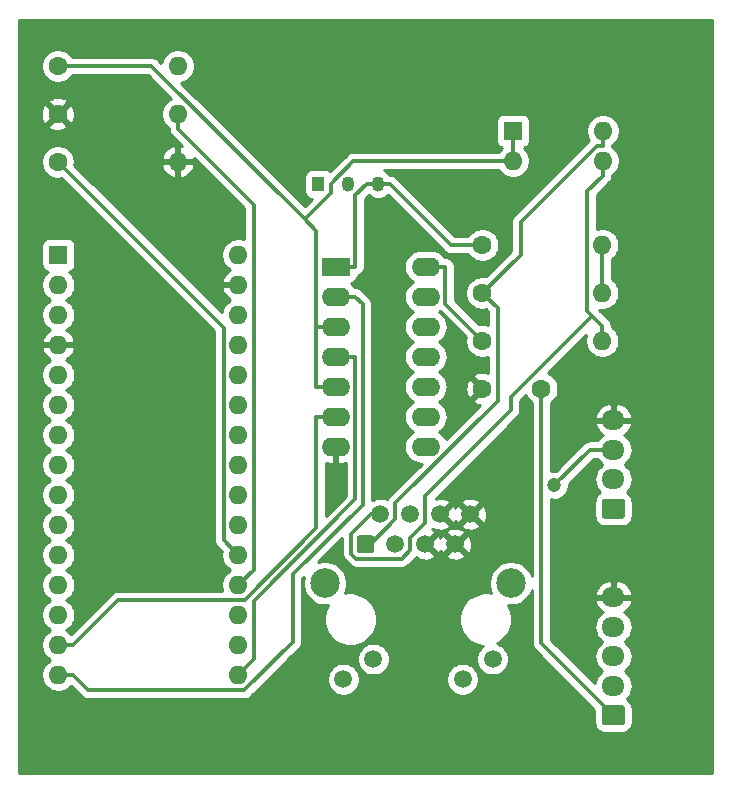
<source format=gbl>
G04 #@! TF.GenerationSoftware,KiCad,Pcbnew,(5.1.5)-2*
G04 #@! TF.CreationDate,2019-12-11T14:25:45+09:00*
G04 #@! TF.ProjectId,circuit_master_ver.1.0.0,63697263-7569-4745-9f6d-61737465725f,rev?*
G04 #@! TF.SameCoordinates,Original*
G04 #@! TF.FileFunction,Copper,L2,Bot*
G04 #@! TF.FilePolarity,Positive*
%FSLAX46Y46*%
G04 Gerber Fmt 4.6, Leading zero omitted, Abs format (unit mm)*
G04 Created by KiCad (PCBNEW (5.1.5)-2) date 2019-12-11 14:25:45*
%MOMM*%
%LPD*%
G04 APERTURE LIST*
%ADD10O,1.050000X1.300000*%
%ADD11R,1.050000X1.300000*%
%ADD12R,1.600000X1.600000*%
%ADD13O,1.600000X1.600000*%
%ADD14C,1.600000*%
%ADD15C,0.100000*%
%ADD16C,1.500000*%
%ADD17C,2.500000*%
%ADD18O,1.950000X1.700000*%
%ADD19R,2.400000X1.600000*%
%ADD20O,2.400000X1.600000*%
%ADD21C,1.200000*%
%ADD22C,0.300000*%
%ADD23C,0.254000*%
G04 APERTURE END LIST*
D10*
X63540000Y-124500000D03*
X66080000Y-124500000D03*
D11*
X61000000Y-124500000D03*
D12*
X39000000Y-130500000D03*
D13*
X54240000Y-163520000D03*
X39000000Y-133040000D03*
X54240000Y-160980000D03*
X39000000Y-135580000D03*
X54240000Y-158440000D03*
X39000000Y-138120000D03*
X54240000Y-155900000D03*
X39000000Y-140660000D03*
X54240000Y-153360000D03*
X39000000Y-143200000D03*
X54240000Y-150820000D03*
X39000000Y-145740000D03*
X54240000Y-148280000D03*
X39000000Y-148280000D03*
X54240000Y-145740000D03*
X39000000Y-150820000D03*
X54240000Y-143200000D03*
X39000000Y-153360000D03*
X54240000Y-140660000D03*
X39000000Y-155900000D03*
X54240000Y-138120000D03*
X39000000Y-158440000D03*
X54240000Y-135580000D03*
X39000000Y-160980000D03*
X54240000Y-133040000D03*
X39000000Y-163520000D03*
X54240000Y-130500000D03*
X39000000Y-166060000D03*
X54240000Y-166060000D03*
D14*
X74905000Y-141825000D03*
X79905000Y-141825000D03*
G04 #@! TA.AperFunction,ComponentPad*
D15*
G36*
X65524053Y-154251206D02*
G01*
X65548370Y-154254813D01*
X65572216Y-154260786D01*
X65595362Y-154269068D01*
X65617585Y-154279579D01*
X65638670Y-154292217D01*
X65658416Y-154306861D01*
X65676630Y-154323370D01*
X65693139Y-154341584D01*
X65707783Y-154361330D01*
X65720421Y-154382415D01*
X65730932Y-154404638D01*
X65739214Y-154427784D01*
X65745187Y-154451630D01*
X65748794Y-154475947D01*
X65750000Y-154500500D01*
X65750000Y-155499500D01*
X65748794Y-155524053D01*
X65745187Y-155548370D01*
X65739214Y-155572216D01*
X65730932Y-155595362D01*
X65720421Y-155617585D01*
X65707783Y-155638670D01*
X65693139Y-155658416D01*
X65676630Y-155676630D01*
X65658416Y-155693139D01*
X65638670Y-155707783D01*
X65617585Y-155720421D01*
X65595362Y-155730932D01*
X65572216Y-155739214D01*
X65548370Y-155745187D01*
X65524053Y-155748794D01*
X65499500Y-155750000D01*
X64500500Y-155750000D01*
X64475947Y-155748794D01*
X64451630Y-155745187D01*
X64427784Y-155739214D01*
X64404638Y-155730932D01*
X64382415Y-155720421D01*
X64361330Y-155707783D01*
X64341584Y-155693139D01*
X64323370Y-155676630D01*
X64306861Y-155658416D01*
X64292217Y-155638670D01*
X64279579Y-155617585D01*
X64269068Y-155595362D01*
X64260786Y-155572216D01*
X64254813Y-155548370D01*
X64251206Y-155524053D01*
X64250000Y-155499500D01*
X64250000Y-154500500D01*
X64251206Y-154475947D01*
X64254813Y-154451630D01*
X64260786Y-154427784D01*
X64269068Y-154404638D01*
X64279579Y-154382415D01*
X64292217Y-154361330D01*
X64306861Y-154341584D01*
X64323370Y-154323370D01*
X64341584Y-154306861D01*
X64361330Y-154292217D01*
X64382415Y-154279579D01*
X64404638Y-154269068D01*
X64427784Y-154260786D01*
X64451630Y-154254813D01*
X64475947Y-154251206D01*
X64500500Y-154250000D01*
X65499500Y-154250000D01*
X65524053Y-154251206D01*
G37*
G04 #@! TD.AperFunction*
D16*
X66270000Y-152460000D03*
X67540000Y-155000000D03*
X68810000Y-152460000D03*
X70080000Y-155000000D03*
X71350000Y-152460000D03*
X72620000Y-155000000D03*
D17*
X61570000Y-158300000D03*
D16*
X73890000Y-152460000D03*
D17*
X77320000Y-158300000D03*
D16*
X63120000Y-166430000D03*
X65660000Y-164730000D03*
X75770000Y-164730000D03*
X73230000Y-166430000D03*
G04 #@! TA.AperFunction,ComponentPad*
D15*
G36*
X86749504Y-151151204D02*
G01*
X86773773Y-151154804D01*
X86797571Y-151160765D01*
X86820671Y-151169030D01*
X86842849Y-151179520D01*
X86863893Y-151192133D01*
X86883598Y-151206747D01*
X86901777Y-151223223D01*
X86918253Y-151241402D01*
X86932867Y-151261107D01*
X86945480Y-151282151D01*
X86955970Y-151304329D01*
X86964235Y-151327429D01*
X86970196Y-151351227D01*
X86973796Y-151375496D01*
X86975000Y-151400000D01*
X86975000Y-152600000D01*
X86973796Y-152624504D01*
X86970196Y-152648773D01*
X86964235Y-152672571D01*
X86955970Y-152695671D01*
X86945480Y-152717849D01*
X86932867Y-152738893D01*
X86918253Y-152758598D01*
X86901777Y-152776777D01*
X86883598Y-152793253D01*
X86863893Y-152807867D01*
X86842849Y-152820480D01*
X86820671Y-152830970D01*
X86797571Y-152839235D01*
X86773773Y-152845196D01*
X86749504Y-152848796D01*
X86725000Y-152850000D01*
X85275000Y-152850000D01*
X85250496Y-152848796D01*
X85226227Y-152845196D01*
X85202429Y-152839235D01*
X85179329Y-152830970D01*
X85157151Y-152820480D01*
X85136107Y-152807867D01*
X85116402Y-152793253D01*
X85098223Y-152776777D01*
X85081747Y-152758598D01*
X85067133Y-152738893D01*
X85054520Y-152717849D01*
X85044030Y-152695671D01*
X85035765Y-152672571D01*
X85029804Y-152648773D01*
X85026204Y-152624504D01*
X85025000Y-152600000D01*
X85025000Y-151400000D01*
X85026204Y-151375496D01*
X85029804Y-151351227D01*
X85035765Y-151327429D01*
X85044030Y-151304329D01*
X85054520Y-151282151D01*
X85067133Y-151261107D01*
X85081747Y-151241402D01*
X85098223Y-151223223D01*
X85116402Y-151206747D01*
X85136107Y-151192133D01*
X85157151Y-151179520D01*
X85179329Y-151169030D01*
X85202429Y-151160765D01*
X85226227Y-151154804D01*
X85250496Y-151151204D01*
X85275000Y-151150000D01*
X86725000Y-151150000D01*
X86749504Y-151151204D01*
G37*
G04 #@! TD.AperFunction*
D18*
X86000000Y-149500000D03*
X86000000Y-147000000D03*
X86000000Y-144500000D03*
G04 #@! TA.AperFunction,ComponentPad*
D15*
G36*
X86749504Y-168651204D02*
G01*
X86773773Y-168654804D01*
X86797571Y-168660765D01*
X86820671Y-168669030D01*
X86842849Y-168679520D01*
X86863893Y-168692133D01*
X86883598Y-168706747D01*
X86901777Y-168723223D01*
X86918253Y-168741402D01*
X86932867Y-168761107D01*
X86945480Y-168782151D01*
X86955970Y-168804329D01*
X86964235Y-168827429D01*
X86970196Y-168851227D01*
X86973796Y-168875496D01*
X86975000Y-168900000D01*
X86975000Y-170100000D01*
X86973796Y-170124504D01*
X86970196Y-170148773D01*
X86964235Y-170172571D01*
X86955970Y-170195671D01*
X86945480Y-170217849D01*
X86932867Y-170238893D01*
X86918253Y-170258598D01*
X86901777Y-170276777D01*
X86883598Y-170293253D01*
X86863893Y-170307867D01*
X86842849Y-170320480D01*
X86820671Y-170330970D01*
X86797571Y-170339235D01*
X86773773Y-170345196D01*
X86749504Y-170348796D01*
X86725000Y-170350000D01*
X85275000Y-170350000D01*
X85250496Y-170348796D01*
X85226227Y-170345196D01*
X85202429Y-170339235D01*
X85179329Y-170330970D01*
X85157151Y-170320480D01*
X85136107Y-170307867D01*
X85116402Y-170293253D01*
X85098223Y-170276777D01*
X85081747Y-170258598D01*
X85067133Y-170238893D01*
X85054520Y-170217849D01*
X85044030Y-170195671D01*
X85035765Y-170172571D01*
X85029804Y-170148773D01*
X85026204Y-170124504D01*
X85025000Y-170100000D01*
X85025000Y-168900000D01*
X85026204Y-168875496D01*
X85029804Y-168851227D01*
X85035765Y-168827429D01*
X85044030Y-168804329D01*
X85054520Y-168782151D01*
X85067133Y-168761107D01*
X85081747Y-168741402D01*
X85098223Y-168723223D01*
X85116402Y-168706747D01*
X85136107Y-168692133D01*
X85157151Y-168679520D01*
X85179329Y-168669030D01*
X85202429Y-168660765D01*
X85226227Y-168654804D01*
X85250496Y-168651204D01*
X85275000Y-168650000D01*
X86725000Y-168650000D01*
X86749504Y-168651204D01*
G37*
G04 #@! TD.AperFunction*
D18*
X86000000Y-167000000D03*
X86000000Y-164500000D03*
X86000000Y-162000000D03*
X86000000Y-159500000D03*
D13*
X85065000Y-129675000D03*
D14*
X74905000Y-129675000D03*
X38955000Y-114525000D03*
D13*
X49115000Y-114525000D03*
X49115000Y-118575000D03*
D14*
X38955000Y-118575000D03*
X38955000Y-122625000D03*
D13*
X49115000Y-122625000D03*
D14*
X74905000Y-133725000D03*
D13*
X85065000Y-133725000D03*
X85065000Y-137775000D03*
D14*
X74905000Y-137775000D03*
D12*
X77500000Y-120000000D03*
D13*
X85120000Y-122540000D03*
X77500000Y-122540000D03*
X85120000Y-120000000D03*
D19*
X62500000Y-131500000D03*
D20*
X70120000Y-146740000D03*
X62500000Y-134040000D03*
X70120000Y-144200000D03*
X62500000Y-136580000D03*
X70120000Y-141660000D03*
X62500000Y-139120000D03*
X70120000Y-139120000D03*
X62500000Y-141660000D03*
X70120000Y-136580000D03*
X62500000Y-144200000D03*
X70120000Y-134040000D03*
X62500000Y-146740000D03*
X70120000Y-131500000D03*
D21*
X90000000Y-115000000D03*
X55000000Y-115000000D03*
X73000000Y-126000000D03*
X66500000Y-133000000D03*
X73500000Y-131500000D03*
X73000000Y-140000000D03*
X67000000Y-145500000D03*
X90000000Y-140000000D03*
X90000000Y-170000000D03*
X65000000Y-170000000D03*
X40000000Y-170000000D03*
X45000000Y-140000000D03*
X45000000Y-120000000D03*
X77500000Y-152000000D03*
X81000000Y-150000000D03*
D22*
X49115000Y-119825300D02*
X49115000Y-118575000D01*
X55529600Y-126239900D02*
X49115000Y-119825300D01*
X54240000Y-158440000D02*
X55529600Y-157150400D01*
X55529600Y-157150400D02*
X55529600Y-126239900D01*
X54240000Y-155900000D02*
X52989700Y-154649700D01*
X52989700Y-136659700D02*
X38955000Y-122625000D01*
X52989700Y-154649700D02*
X52989700Y-136659700D01*
X81000000Y-150000000D02*
X84000000Y-147000000D01*
X84000000Y-147000000D02*
X86000000Y-147000000D01*
X85065000Y-133725000D02*
X85065000Y-129675000D01*
X70120000Y-131500000D02*
X71770300Y-131500000D01*
X71770300Y-131500000D02*
X71770300Y-134640300D01*
X71770300Y-134640300D02*
X74905000Y-137775000D01*
X86000000Y-169500000D02*
X79905000Y-163405000D01*
X79905000Y-163405000D02*
X79905000Y-141825000D01*
X39000000Y-163520000D02*
X40250300Y-163520000D01*
X62500000Y-144200000D02*
X60849700Y-144200000D01*
X60849700Y-144200000D02*
X60849700Y-153654900D01*
X60849700Y-153654900D02*
X54794600Y-159710000D01*
X54794600Y-159710000D02*
X44060300Y-159710000D01*
X44060300Y-159710000D02*
X40250300Y-163520000D01*
X39000000Y-166060000D02*
X40250300Y-166060000D01*
X62500000Y-134040000D02*
X64150300Y-134040000D01*
X64150300Y-134040000D02*
X64755900Y-134645600D01*
X64755900Y-134645600D02*
X64755900Y-151640300D01*
X64755900Y-151640300D02*
X58851700Y-157544500D01*
X58851700Y-157544500D02*
X58851700Y-163253100D01*
X58851700Y-163253100D02*
X54754500Y-167350300D01*
X54754500Y-167350300D02*
X41540600Y-167350300D01*
X41540600Y-167350300D02*
X40250300Y-166060000D01*
X62500000Y-139120000D02*
X64150300Y-139120000D01*
X64150300Y-139120000D02*
X64150300Y-151203400D01*
X64150300Y-151203400D02*
X55529600Y-159824100D01*
X55529600Y-159824100D02*
X55529600Y-164038200D01*
X55540001Y-164759999D02*
X55540001Y-164038200D01*
X54240000Y-166060000D02*
X55540001Y-164759999D01*
X85120000Y-121250300D02*
X84573000Y-121250300D01*
X84573000Y-121250300D02*
X78132400Y-127690900D01*
X78132400Y-127690900D02*
X78132400Y-130497600D01*
X78132400Y-130497600D02*
X74905000Y-133725000D01*
X85120000Y-120000000D02*
X85120000Y-121250300D01*
X74905000Y-133725000D02*
X76182900Y-135002900D01*
X76182900Y-135002900D02*
X76182900Y-142870000D01*
X76182900Y-142870000D02*
X67540000Y-151512900D01*
X67540000Y-151512900D02*
X67540000Y-152895800D01*
X67540000Y-152895800D02*
X65435800Y-155000000D01*
X65435800Y-155000000D02*
X65000000Y-155000000D01*
X84217000Y-135676700D02*
X83799700Y-135259400D01*
X83799700Y-135259400D02*
X83799700Y-125110600D01*
X83799700Y-125110600D02*
X85120000Y-123790300D01*
X85065000Y-136524700D02*
X84217000Y-135676700D01*
X84217000Y-135676700D02*
X77338900Y-142554800D01*
X77338900Y-142554800D02*
X77338900Y-143627900D01*
X77338900Y-143627900D02*
X70080000Y-150886800D01*
X70080000Y-150886800D02*
X70080000Y-153199800D01*
X70080000Y-153199800D02*
X68810000Y-154469800D01*
X68810000Y-154469800D02*
X68810000Y-155490900D01*
X68810000Y-155490900D02*
X68069500Y-156231400D01*
X68069500Y-156231400D02*
X64239100Y-156231400D01*
X64239100Y-156231400D02*
X63798700Y-155791000D01*
X63798700Y-155791000D02*
X63798700Y-154150600D01*
X63798700Y-154150600D02*
X65489300Y-152460000D01*
X65489300Y-152460000D02*
X66270000Y-152460000D01*
X85065000Y-137775000D02*
X85065000Y-136524700D01*
X85120000Y-122540000D02*
X85120000Y-123790300D01*
X66080000Y-124500000D02*
X65104700Y-124500000D01*
X62500000Y-131500000D02*
X64150300Y-131500000D01*
X64150300Y-131500000D02*
X64150300Y-125454400D01*
X64150300Y-125454400D02*
X65104700Y-124500000D01*
X66080000Y-124500000D02*
X67055300Y-124500000D01*
X74905000Y-129675000D02*
X72230300Y-129675000D01*
X72230300Y-129675000D02*
X67055300Y-124500000D01*
X59846000Y-127495200D02*
X46875700Y-114525000D01*
X46875700Y-114525000D02*
X38955000Y-114525000D01*
X60849700Y-136580000D02*
X60849700Y-128499000D01*
X60849700Y-128499000D02*
X59846000Y-127495200D01*
X59846000Y-127495200D02*
X62057700Y-125283500D01*
X62057700Y-125283500D02*
X62057700Y-124462500D01*
X62057700Y-124462500D02*
X63980200Y-122540000D01*
X63980200Y-122540000D02*
X77500000Y-122540000D01*
X60999800Y-136580000D02*
X60849700Y-136580000D01*
X62500000Y-136580000D02*
X60999800Y-136580000D01*
X62500000Y-141660000D02*
X60849700Y-141660000D01*
X60849700Y-141660000D02*
X60849700Y-136580000D01*
X77500000Y-122540000D02*
X77500000Y-120000000D01*
D23*
G36*
X94340001Y-174340000D02*
G01*
X35660000Y-174340000D01*
X35660000Y-129700000D01*
X37561928Y-129700000D01*
X37561928Y-131300000D01*
X37574188Y-131424482D01*
X37610498Y-131544180D01*
X37669463Y-131654494D01*
X37748815Y-131751185D01*
X37845506Y-131830537D01*
X37955820Y-131889502D01*
X38075518Y-131925812D01*
X38083961Y-131926643D01*
X37885363Y-132125241D01*
X37728320Y-132360273D01*
X37620147Y-132621426D01*
X37565000Y-132898665D01*
X37565000Y-133181335D01*
X37620147Y-133458574D01*
X37728320Y-133719727D01*
X37885363Y-133954759D01*
X38085241Y-134154637D01*
X38317759Y-134310000D01*
X38085241Y-134465363D01*
X37885363Y-134665241D01*
X37728320Y-134900273D01*
X37620147Y-135161426D01*
X37565000Y-135438665D01*
X37565000Y-135721335D01*
X37620147Y-135998574D01*
X37728320Y-136259727D01*
X37885363Y-136494759D01*
X38085241Y-136694637D01*
X38320273Y-136851680D01*
X38330865Y-136856067D01*
X38144869Y-136967615D01*
X37936481Y-137156586D01*
X37768963Y-137382580D01*
X37648754Y-137636913D01*
X37608096Y-137770961D01*
X37730085Y-137993000D01*
X38873000Y-137993000D01*
X38873000Y-137973000D01*
X39127000Y-137973000D01*
X39127000Y-137993000D01*
X40269915Y-137993000D01*
X40391904Y-137770961D01*
X40351246Y-137636913D01*
X40231037Y-137382580D01*
X40063519Y-137156586D01*
X39855131Y-136967615D01*
X39669135Y-136856067D01*
X39679727Y-136851680D01*
X39914759Y-136694637D01*
X40114637Y-136494759D01*
X40271680Y-136259727D01*
X40379853Y-135998574D01*
X40435000Y-135721335D01*
X40435000Y-135438665D01*
X40379853Y-135161426D01*
X40271680Y-134900273D01*
X40114637Y-134665241D01*
X39914759Y-134465363D01*
X39682241Y-134310000D01*
X39914759Y-134154637D01*
X40114637Y-133954759D01*
X40271680Y-133719727D01*
X40379853Y-133458574D01*
X40435000Y-133181335D01*
X40435000Y-132898665D01*
X40379853Y-132621426D01*
X40271680Y-132360273D01*
X40114637Y-132125241D01*
X39916039Y-131926643D01*
X39924482Y-131925812D01*
X40044180Y-131889502D01*
X40154494Y-131830537D01*
X40251185Y-131751185D01*
X40330537Y-131654494D01*
X40389502Y-131544180D01*
X40425812Y-131424482D01*
X40438072Y-131300000D01*
X40438072Y-129700000D01*
X40425812Y-129575518D01*
X40389502Y-129455820D01*
X40330537Y-129345506D01*
X40251185Y-129248815D01*
X40154494Y-129169463D01*
X40044180Y-129110498D01*
X39924482Y-129074188D01*
X39800000Y-129061928D01*
X38200000Y-129061928D01*
X38075518Y-129074188D01*
X37955820Y-129110498D01*
X37845506Y-129169463D01*
X37748815Y-129248815D01*
X37669463Y-129345506D01*
X37610498Y-129455820D01*
X37574188Y-129575518D01*
X37561928Y-129700000D01*
X35660000Y-129700000D01*
X35660000Y-119567702D01*
X38141903Y-119567702D01*
X38213486Y-119811671D01*
X38468996Y-119932571D01*
X38743184Y-120001300D01*
X39025512Y-120015217D01*
X39305130Y-119973787D01*
X39571292Y-119878603D01*
X39696514Y-119811671D01*
X39768097Y-119567702D01*
X38955000Y-118754605D01*
X38141903Y-119567702D01*
X35660000Y-119567702D01*
X35660000Y-118645512D01*
X37514783Y-118645512D01*
X37556213Y-118925130D01*
X37651397Y-119191292D01*
X37718329Y-119316514D01*
X37962298Y-119388097D01*
X38775395Y-118575000D01*
X39134605Y-118575000D01*
X39947702Y-119388097D01*
X40191671Y-119316514D01*
X40312571Y-119061004D01*
X40381300Y-118786816D01*
X40395217Y-118504488D01*
X40353787Y-118224870D01*
X40258603Y-117958708D01*
X40191671Y-117833486D01*
X39947702Y-117761903D01*
X39134605Y-118575000D01*
X38775395Y-118575000D01*
X37962298Y-117761903D01*
X37718329Y-117833486D01*
X37597429Y-118088996D01*
X37528700Y-118363184D01*
X37514783Y-118645512D01*
X35660000Y-118645512D01*
X35660000Y-117582298D01*
X38141903Y-117582298D01*
X38955000Y-118395395D01*
X39768097Y-117582298D01*
X39696514Y-117338329D01*
X39441004Y-117217429D01*
X39166816Y-117148700D01*
X38884488Y-117134783D01*
X38604870Y-117176213D01*
X38338708Y-117271397D01*
X38213486Y-117338329D01*
X38141903Y-117582298D01*
X35660000Y-117582298D01*
X35660000Y-114383665D01*
X37520000Y-114383665D01*
X37520000Y-114666335D01*
X37575147Y-114943574D01*
X37683320Y-115204727D01*
X37840363Y-115439759D01*
X38040241Y-115639637D01*
X38275273Y-115796680D01*
X38536426Y-115904853D01*
X38813665Y-115960000D01*
X39096335Y-115960000D01*
X39373574Y-115904853D01*
X39634727Y-115796680D01*
X39869759Y-115639637D01*
X40069637Y-115439759D01*
X40156339Y-115310000D01*
X46550545Y-115310000D01*
X48512070Y-117271510D01*
X48435273Y-117303320D01*
X48200241Y-117460363D01*
X48000363Y-117660241D01*
X47843320Y-117895273D01*
X47735147Y-118156426D01*
X47680000Y-118433665D01*
X47680000Y-118716335D01*
X47735147Y-118993574D01*
X47843320Y-119254727D01*
X48000363Y-119489759D01*
X48200241Y-119689637D01*
X48330000Y-119776339D01*
X48330000Y-119786747D01*
X48326203Y-119825300D01*
X48330000Y-119863853D01*
X48330000Y-119863860D01*
X48341359Y-119979186D01*
X48386246Y-120127159D01*
X48459138Y-120263532D01*
X48557236Y-120383064D01*
X48587190Y-120407647D01*
X49430794Y-121251251D01*
X49242000Y-121354376D01*
X49242000Y-122498000D01*
X50384915Y-122498000D01*
X50488678Y-122309135D01*
X54744601Y-126565059D01*
X54744601Y-129155780D01*
X54658574Y-129120147D01*
X54381335Y-129065000D01*
X54098665Y-129065000D01*
X53821426Y-129120147D01*
X53560273Y-129228320D01*
X53325241Y-129385363D01*
X53125363Y-129585241D01*
X52968320Y-129820273D01*
X52860147Y-130081426D01*
X52805000Y-130358665D01*
X52805000Y-130641335D01*
X52860147Y-130918574D01*
X52968320Y-131179727D01*
X53125363Y-131414759D01*
X53325241Y-131614637D01*
X53560273Y-131771680D01*
X53570865Y-131776067D01*
X53384869Y-131887615D01*
X53176481Y-132076586D01*
X53008963Y-132302580D01*
X52888754Y-132556913D01*
X52848096Y-132690961D01*
X52970085Y-132913000D01*
X54113000Y-132913000D01*
X54113000Y-132893000D01*
X54367000Y-132893000D01*
X54367000Y-132913000D01*
X54387000Y-132913000D01*
X54387000Y-133167000D01*
X54367000Y-133167000D01*
X54367000Y-133187000D01*
X54113000Y-133187000D01*
X54113000Y-133167000D01*
X52970085Y-133167000D01*
X52848096Y-133389039D01*
X52888754Y-133523087D01*
X53008963Y-133777420D01*
X53176481Y-134003414D01*
X53384869Y-134192385D01*
X53570865Y-134303933D01*
X53560273Y-134308320D01*
X53325241Y-134465363D01*
X53125363Y-134665241D01*
X52968320Y-134900273D01*
X52860147Y-135161426D01*
X52817248Y-135377090D01*
X40414197Y-122974039D01*
X47723096Y-122974039D01*
X47763754Y-123108087D01*
X47883963Y-123362420D01*
X48051481Y-123588414D01*
X48259869Y-123777385D01*
X48501119Y-123922070D01*
X48765960Y-124016909D01*
X48988000Y-123895624D01*
X48988000Y-122752000D01*
X49242000Y-122752000D01*
X49242000Y-123895624D01*
X49464040Y-124016909D01*
X49728881Y-123922070D01*
X49970131Y-123777385D01*
X50178519Y-123588414D01*
X50346037Y-123362420D01*
X50466246Y-123108087D01*
X50506904Y-122974039D01*
X50384915Y-122752000D01*
X49242000Y-122752000D01*
X48988000Y-122752000D01*
X47845085Y-122752000D01*
X47723096Y-122974039D01*
X40414197Y-122974039D01*
X40359554Y-122919397D01*
X40390000Y-122766335D01*
X40390000Y-122483665D01*
X40348685Y-122275961D01*
X47723096Y-122275961D01*
X47845085Y-122498000D01*
X48988000Y-122498000D01*
X48988000Y-121354376D01*
X48765960Y-121233091D01*
X48501119Y-121327930D01*
X48259869Y-121472615D01*
X48051481Y-121661586D01*
X47883963Y-121887580D01*
X47763754Y-122141913D01*
X47723096Y-122275961D01*
X40348685Y-122275961D01*
X40334853Y-122206426D01*
X40226680Y-121945273D01*
X40069637Y-121710241D01*
X39869759Y-121510363D01*
X39634727Y-121353320D01*
X39373574Y-121245147D01*
X39096335Y-121190000D01*
X38813665Y-121190000D01*
X38536426Y-121245147D01*
X38275273Y-121353320D01*
X38040241Y-121510363D01*
X37840363Y-121710241D01*
X37683320Y-121945273D01*
X37575147Y-122206426D01*
X37520000Y-122483665D01*
X37520000Y-122766335D01*
X37575147Y-123043574D01*
X37683320Y-123304727D01*
X37840363Y-123539759D01*
X38040241Y-123739637D01*
X38275273Y-123896680D01*
X38536426Y-124004853D01*
X38813665Y-124060000D01*
X39096335Y-124060000D01*
X39249397Y-124029554D01*
X52204701Y-136984859D01*
X52204700Y-154611147D01*
X52200903Y-154649700D01*
X52204700Y-154688253D01*
X52204700Y-154688260D01*
X52216059Y-154803586D01*
X52260946Y-154951559D01*
X52333838Y-155087932D01*
X52431936Y-155207464D01*
X52461890Y-155232047D01*
X52835446Y-155605604D01*
X52805000Y-155758665D01*
X52805000Y-156041335D01*
X52860147Y-156318574D01*
X52968320Y-156579727D01*
X53125363Y-156814759D01*
X53325241Y-157014637D01*
X53557759Y-157170000D01*
X53325241Y-157325363D01*
X53125363Y-157525241D01*
X52968320Y-157760273D01*
X52860147Y-158021426D01*
X52805000Y-158298665D01*
X52805000Y-158581335D01*
X52860147Y-158858574D01*
X52887662Y-158925000D01*
X44098856Y-158925000D01*
X44060300Y-158921203D01*
X44021744Y-158925000D01*
X44021739Y-158925000D01*
X43981326Y-158928980D01*
X43906413Y-158936358D01*
X43758440Y-158981246D01*
X43622067Y-159054138D01*
X43502536Y-159152236D01*
X43477955Y-159182188D01*
X40084770Y-162575374D01*
X39914759Y-162405363D01*
X39682241Y-162250000D01*
X39914759Y-162094637D01*
X40114637Y-161894759D01*
X40271680Y-161659727D01*
X40379853Y-161398574D01*
X40435000Y-161121335D01*
X40435000Y-160838665D01*
X40379853Y-160561426D01*
X40271680Y-160300273D01*
X40114637Y-160065241D01*
X39914759Y-159865363D01*
X39682241Y-159710000D01*
X39914759Y-159554637D01*
X40114637Y-159354759D01*
X40271680Y-159119727D01*
X40379853Y-158858574D01*
X40435000Y-158581335D01*
X40435000Y-158298665D01*
X40379853Y-158021426D01*
X40271680Y-157760273D01*
X40114637Y-157525241D01*
X39914759Y-157325363D01*
X39682241Y-157170000D01*
X39914759Y-157014637D01*
X40114637Y-156814759D01*
X40271680Y-156579727D01*
X40379853Y-156318574D01*
X40435000Y-156041335D01*
X40435000Y-155758665D01*
X40379853Y-155481426D01*
X40271680Y-155220273D01*
X40114637Y-154985241D01*
X39914759Y-154785363D01*
X39682241Y-154630000D01*
X39914759Y-154474637D01*
X40114637Y-154274759D01*
X40271680Y-154039727D01*
X40379853Y-153778574D01*
X40435000Y-153501335D01*
X40435000Y-153218665D01*
X40379853Y-152941426D01*
X40271680Y-152680273D01*
X40114637Y-152445241D01*
X39914759Y-152245363D01*
X39682241Y-152090000D01*
X39914759Y-151934637D01*
X40114637Y-151734759D01*
X40271680Y-151499727D01*
X40379853Y-151238574D01*
X40435000Y-150961335D01*
X40435000Y-150678665D01*
X40379853Y-150401426D01*
X40271680Y-150140273D01*
X40114637Y-149905241D01*
X39914759Y-149705363D01*
X39682241Y-149550000D01*
X39914759Y-149394637D01*
X40114637Y-149194759D01*
X40271680Y-148959727D01*
X40379853Y-148698574D01*
X40435000Y-148421335D01*
X40435000Y-148138665D01*
X40379853Y-147861426D01*
X40271680Y-147600273D01*
X40114637Y-147365241D01*
X39914759Y-147165363D01*
X39682241Y-147010000D01*
X39914759Y-146854637D01*
X40114637Y-146654759D01*
X40271680Y-146419727D01*
X40379853Y-146158574D01*
X40435000Y-145881335D01*
X40435000Y-145598665D01*
X40379853Y-145321426D01*
X40271680Y-145060273D01*
X40114637Y-144825241D01*
X39914759Y-144625363D01*
X39682241Y-144470000D01*
X39914759Y-144314637D01*
X40114637Y-144114759D01*
X40271680Y-143879727D01*
X40379853Y-143618574D01*
X40435000Y-143341335D01*
X40435000Y-143058665D01*
X40379853Y-142781426D01*
X40271680Y-142520273D01*
X40114637Y-142285241D01*
X39914759Y-142085363D01*
X39682241Y-141930000D01*
X39914759Y-141774637D01*
X40114637Y-141574759D01*
X40271680Y-141339727D01*
X40379853Y-141078574D01*
X40435000Y-140801335D01*
X40435000Y-140518665D01*
X40379853Y-140241426D01*
X40271680Y-139980273D01*
X40114637Y-139745241D01*
X39914759Y-139545363D01*
X39679727Y-139388320D01*
X39669135Y-139383933D01*
X39855131Y-139272385D01*
X40063519Y-139083414D01*
X40231037Y-138857420D01*
X40351246Y-138603087D01*
X40391904Y-138469039D01*
X40269915Y-138247000D01*
X39127000Y-138247000D01*
X39127000Y-138267000D01*
X38873000Y-138267000D01*
X38873000Y-138247000D01*
X37730085Y-138247000D01*
X37608096Y-138469039D01*
X37648754Y-138603087D01*
X37768963Y-138857420D01*
X37936481Y-139083414D01*
X38144869Y-139272385D01*
X38330865Y-139383933D01*
X38320273Y-139388320D01*
X38085241Y-139545363D01*
X37885363Y-139745241D01*
X37728320Y-139980273D01*
X37620147Y-140241426D01*
X37565000Y-140518665D01*
X37565000Y-140801335D01*
X37620147Y-141078574D01*
X37728320Y-141339727D01*
X37885363Y-141574759D01*
X38085241Y-141774637D01*
X38317759Y-141930000D01*
X38085241Y-142085363D01*
X37885363Y-142285241D01*
X37728320Y-142520273D01*
X37620147Y-142781426D01*
X37565000Y-143058665D01*
X37565000Y-143341335D01*
X37620147Y-143618574D01*
X37728320Y-143879727D01*
X37885363Y-144114759D01*
X38085241Y-144314637D01*
X38317759Y-144470000D01*
X38085241Y-144625363D01*
X37885363Y-144825241D01*
X37728320Y-145060273D01*
X37620147Y-145321426D01*
X37565000Y-145598665D01*
X37565000Y-145881335D01*
X37620147Y-146158574D01*
X37728320Y-146419727D01*
X37885363Y-146654759D01*
X38085241Y-146854637D01*
X38317759Y-147010000D01*
X38085241Y-147165363D01*
X37885363Y-147365241D01*
X37728320Y-147600273D01*
X37620147Y-147861426D01*
X37565000Y-148138665D01*
X37565000Y-148421335D01*
X37620147Y-148698574D01*
X37728320Y-148959727D01*
X37885363Y-149194759D01*
X38085241Y-149394637D01*
X38317759Y-149550000D01*
X38085241Y-149705363D01*
X37885363Y-149905241D01*
X37728320Y-150140273D01*
X37620147Y-150401426D01*
X37565000Y-150678665D01*
X37565000Y-150961335D01*
X37620147Y-151238574D01*
X37728320Y-151499727D01*
X37885363Y-151734759D01*
X38085241Y-151934637D01*
X38317759Y-152090000D01*
X38085241Y-152245363D01*
X37885363Y-152445241D01*
X37728320Y-152680273D01*
X37620147Y-152941426D01*
X37565000Y-153218665D01*
X37565000Y-153501335D01*
X37620147Y-153778574D01*
X37728320Y-154039727D01*
X37885363Y-154274759D01*
X38085241Y-154474637D01*
X38317759Y-154630000D01*
X38085241Y-154785363D01*
X37885363Y-154985241D01*
X37728320Y-155220273D01*
X37620147Y-155481426D01*
X37565000Y-155758665D01*
X37565000Y-156041335D01*
X37620147Y-156318574D01*
X37728320Y-156579727D01*
X37885363Y-156814759D01*
X38085241Y-157014637D01*
X38317759Y-157170000D01*
X38085241Y-157325363D01*
X37885363Y-157525241D01*
X37728320Y-157760273D01*
X37620147Y-158021426D01*
X37565000Y-158298665D01*
X37565000Y-158581335D01*
X37620147Y-158858574D01*
X37728320Y-159119727D01*
X37885363Y-159354759D01*
X38085241Y-159554637D01*
X38317759Y-159710000D01*
X38085241Y-159865363D01*
X37885363Y-160065241D01*
X37728320Y-160300273D01*
X37620147Y-160561426D01*
X37565000Y-160838665D01*
X37565000Y-161121335D01*
X37620147Y-161398574D01*
X37728320Y-161659727D01*
X37885363Y-161894759D01*
X38085241Y-162094637D01*
X38317759Y-162250000D01*
X38085241Y-162405363D01*
X37885363Y-162605241D01*
X37728320Y-162840273D01*
X37620147Y-163101426D01*
X37565000Y-163378665D01*
X37565000Y-163661335D01*
X37620147Y-163938574D01*
X37728320Y-164199727D01*
X37885363Y-164434759D01*
X38085241Y-164634637D01*
X38317759Y-164790000D01*
X38085241Y-164945363D01*
X37885363Y-165145241D01*
X37728320Y-165380273D01*
X37620147Y-165641426D01*
X37565000Y-165918665D01*
X37565000Y-166201335D01*
X37620147Y-166478574D01*
X37728320Y-166739727D01*
X37885363Y-166974759D01*
X38085241Y-167174637D01*
X38320273Y-167331680D01*
X38581426Y-167439853D01*
X38858665Y-167495000D01*
X39141335Y-167495000D01*
X39418574Y-167439853D01*
X39679727Y-167331680D01*
X39914759Y-167174637D01*
X40084770Y-167004627D01*
X40958253Y-167878110D01*
X40982836Y-167908064D01*
X41102367Y-168006162D01*
X41238740Y-168079054D01*
X41386713Y-168123942D01*
X41461626Y-168131320D01*
X41502039Y-168135300D01*
X41502044Y-168135300D01*
X41540600Y-168139097D01*
X41579156Y-168135300D01*
X54715947Y-168135300D01*
X54754500Y-168139097D01*
X54793053Y-168135300D01*
X54793061Y-168135300D01*
X54908387Y-168123941D01*
X55056360Y-168079054D01*
X55192733Y-168006162D01*
X55312264Y-167908064D01*
X55336847Y-167878110D01*
X56921368Y-166293589D01*
X61735000Y-166293589D01*
X61735000Y-166566411D01*
X61788225Y-166833989D01*
X61892629Y-167086043D01*
X62044201Y-167312886D01*
X62237114Y-167505799D01*
X62463957Y-167657371D01*
X62716011Y-167761775D01*
X62983589Y-167815000D01*
X63256411Y-167815000D01*
X63523989Y-167761775D01*
X63776043Y-167657371D01*
X64002886Y-167505799D01*
X64195799Y-167312886D01*
X64347371Y-167086043D01*
X64451775Y-166833989D01*
X64505000Y-166566411D01*
X64505000Y-166293589D01*
X71845000Y-166293589D01*
X71845000Y-166566411D01*
X71898225Y-166833989D01*
X72002629Y-167086043D01*
X72154201Y-167312886D01*
X72347114Y-167505799D01*
X72573957Y-167657371D01*
X72826011Y-167761775D01*
X73093589Y-167815000D01*
X73366411Y-167815000D01*
X73633989Y-167761775D01*
X73886043Y-167657371D01*
X74112886Y-167505799D01*
X74305799Y-167312886D01*
X74457371Y-167086043D01*
X74561775Y-166833989D01*
X74615000Y-166566411D01*
X74615000Y-166293589D01*
X74561775Y-166026011D01*
X74457371Y-165773957D01*
X74305799Y-165547114D01*
X74112886Y-165354201D01*
X73886043Y-165202629D01*
X73633989Y-165098225D01*
X73366411Y-165045000D01*
X73093589Y-165045000D01*
X72826011Y-165098225D01*
X72573957Y-165202629D01*
X72347114Y-165354201D01*
X72154201Y-165547114D01*
X72002629Y-165773957D01*
X71898225Y-166026011D01*
X71845000Y-166293589D01*
X64505000Y-166293589D01*
X64451775Y-166026011D01*
X64347371Y-165773957D01*
X64195799Y-165547114D01*
X64002886Y-165354201D01*
X63776043Y-165202629D01*
X63523989Y-165098225D01*
X63256411Y-165045000D01*
X62983589Y-165045000D01*
X62716011Y-165098225D01*
X62463957Y-165202629D01*
X62237114Y-165354201D01*
X62044201Y-165547114D01*
X61892629Y-165773957D01*
X61788225Y-166026011D01*
X61735000Y-166293589D01*
X56921368Y-166293589D01*
X58621368Y-164593589D01*
X64275000Y-164593589D01*
X64275000Y-164866411D01*
X64328225Y-165133989D01*
X64432629Y-165386043D01*
X64584201Y-165612886D01*
X64777114Y-165805799D01*
X65003957Y-165957371D01*
X65256011Y-166061775D01*
X65523589Y-166115000D01*
X65796411Y-166115000D01*
X66063989Y-166061775D01*
X66316043Y-165957371D01*
X66542886Y-165805799D01*
X66735799Y-165612886D01*
X66887371Y-165386043D01*
X66991775Y-165133989D01*
X67045000Y-164866411D01*
X67045000Y-164593589D01*
X66991775Y-164326011D01*
X66887371Y-164073957D01*
X66735799Y-163847114D01*
X66542886Y-163654201D01*
X66316043Y-163502629D01*
X66063989Y-163398225D01*
X65796411Y-163345000D01*
X65523589Y-163345000D01*
X65256011Y-163398225D01*
X65003957Y-163502629D01*
X64777114Y-163654201D01*
X64584201Y-163847114D01*
X64432629Y-164073957D01*
X64328225Y-164326011D01*
X64275000Y-164593589D01*
X58621368Y-164593589D01*
X59379510Y-163835447D01*
X59409464Y-163810864D01*
X59507562Y-163691333D01*
X59580454Y-163554960D01*
X59591059Y-163520000D01*
X59625342Y-163406987D01*
X59634948Y-163309446D01*
X59636700Y-163291661D01*
X59636700Y-163291656D01*
X59640497Y-163253100D01*
X59636700Y-163214544D01*
X59636700Y-157869657D01*
X59758321Y-157748036D01*
X59757439Y-157750166D01*
X59685000Y-158114344D01*
X59685000Y-158485656D01*
X59757439Y-158849834D01*
X59899534Y-159192882D01*
X60105825Y-159501618D01*
X60368382Y-159764175D01*
X60677118Y-159970466D01*
X61020166Y-160112561D01*
X61384344Y-160185000D01*
X61755656Y-160185000D01*
X61795667Y-160177041D01*
X61727214Y-160279489D01*
X61556851Y-160690782D01*
X61470000Y-161127409D01*
X61470000Y-161572591D01*
X61556851Y-162009218D01*
X61727214Y-162420511D01*
X61974544Y-162790666D01*
X62289334Y-163105456D01*
X62659489Y-163352786D01*
X63070782Y-163523149D01*
X63507409Y-163610000D01*
X63952591Y-163610000D01*
X64389218Y-163523149D01*
X64800511Y-163352786D01*
X65170666Y-163105456D01*
X65485456Y-162790666D01*
X65732786Y-162420511D01*
X65903149Y-162009218D01*
X65990000Y-161572591D01*
X65990000Y-161127409D01*
X65903149Y-160690782D01*
X65732786Y-160279489D01*
X65485456Y-159909334D01*
X65170666Y-159594544D01*
X64800511Y-159347214D01*
X64389218Y-159176851D01*
X63952591Y-159090000D01*
X63507409Y-159090000D01*
X63262939Y-159138628D01*
X63382561Y-158849834D01*
X63455000Y-158485656D01*
X63455000Y-158114344D01*
X63382561Y-157750166D01*
X63240466Y-157407118D01*
X63034175Y-157098382D01*
X62771618Y-156835825D01*
X62462882Y-156629534D01*
X62119834Y-156487439D01*
X61755656Y-156415000D01*
X61384344Y-156415000D01*
X61020166Y-156487439D01*
X61018036Y-156488321D01*
X63013701Y-154492656D01*
X63013700Y-155752447D01*
X63009903Y-155791000D01*
X63013700Y-155829553D01*
X63013700Y-155829560D01*
X63025059Y-155944886D01*
X63069946Y-156092859D01*
X63142838Y-156229232D01*
X63240936Y-156348764D01*
X63270890Y-156373347D01*
X63656749Y-156759205D01*
X63681336Y-156789164D01*
X63800867Y-156887262D01*
X63937240Y-156960154D01*
X64085213Y-157005042D01*
X64160126Y-157012420D01*
X64200539Y-157016400D01*
X64200544Y-157016400D01*
X64239100Y-157020197D01*
X64277656Y-157016400D01*
X68030947Y-157016400D01*
X68069500Y-157020197D01*
X68108053Y-157016400D01*
X68108061Y-157016400D01*
X68223387Y-157005041D01*
X68371360Y-156960154D01*
X68507733Y-156887262D01*
X68627264Y-156789164D01*
X68651847Y-156759211D01*
X69335215Y-156075843D01*
X69368137Y-156195860D01*
X69615116Y-156311760D01*
X69879960Y-156377250D01*
X70152492Y-156389812D01*
X70422238Y-156348965D01*
X70678832Y-156256277D01*
X70791863Y-156195860D01*
X70857388Y-155956993D01*
X71842612Y-155956993D01*
X71908137Y-156195860D01*
X72155116Y-156311760D01*
X72419960Y-156377250D01*
X72692492Y-156389812D01*
X72962238Y-156348965D01*
X73218832Y-156256277D01*
X73331863Y-156195860D01*
X73397388Y-155956993D01*
X72620000Y-155179605D01*
X71842612Y-155956993D01*
X70857388Y-155956993D01*
X70080000Y-155179605D01*
X70065858Y-155193748D01*
X69886253Y-155014143D01*
X69900395Y-155000000D01*
X70259605Y-155000000D01*
X71036993Y-155777388D01*
X71275860Y-155711863D01*
X71348578Y-155556904D01*
X71363723Y-155598832D01*
X71424140Y-155711863D01*
X71663007Y-155777388D01*
X72440395Y-155000000D01*
X72799605Y-155000000D01*
X73576993Y-155777388D01*
X73815860Y-155711863D01*
X73931760Y-155464884D01*
X73997250Y-155200040D01*
X74009812Y-154927508D01*
X73968965Y-154657762D01*
X73876277Y-154401168D01*
X73815860Y-154288137D01*
X73576993Y-154222612D01*
X72799605Y-155000000D01*
X72440395Y-155000000D01*
X71663007Y-154222612D01*
X71424140Y-154288137D01*
X71351422Y-154443096D01*
X71336277Y-154401168D01*
X71275860Y-154288137D01*
X71036993Y-154222612D01*
X70259605Y-155000000D01*
X69900395Y-155000000D01*
X69886253Y-154985858D01*
X70065858Y-154806253D01*
X70080000Y-154820395D01*
X70857388Y-154043007D01*
X71842612Y-154043007D01*
X72620000Y-154820395D01*
X73397388Y-154043007D01*
X73331863Y-153804140D01*
X73084884Y-153688240D01*
X72820040Y-153622750D01*
X72547508Y-153610188D01*
X72277762Y-153651035D01*
X72021168Y-153743723D01*
X71908137Y-153804140D01*
X71842612Y-154043007D01*
X70857388Y-154043007D01*
X70791863Y-153804140D01*
X70653014Y-153738982D01*
X70698128Y-153684012D01*
X70885116Y-153771760D01*
X71149960Y-153837250D01*
X71422492Y-153849812D01*
X71692238Y-153808965D01*
X71948832Y-153716277D01*
X72061863Y-153655860D01*
X72127388Y-153416993D01*
X73112612Y-153416993D01*
X73178137Y-153655860D01*
X73425116Y-153771760D01*
X73689960Y-153837250D01*
X73962492Y-153849812D01*
X74232238Y-153808965D01*
X74488832Y-153716277D01*
X74601863Y-153655860D01*
X74667388Y-153416993D01*
X73890000Y-152639605D01*
X73112612Y-153416993D01*
X72127388Y-153416993D01*
X71350000Y-152639605D01*
X71335858Y-152653748D01*
X71156253Y-152474143D01*
X71170395Y-152460000D01*
X71529605Y-152460000D01*
X72306993Y-153237388D01*
X72545860Y-153171863D01*
X72618578Y-153016904D01*
X72633723Y-153058832D01*
X72694140Y-153171863D01*
X72933007Y-153237388D01*
X73710395Y-152460000D01*
X74069605Y-152460000D01*
X74846993Y-153237388D01*
X75085860Y-153171863D01*
X75201760Y-152924884D01*
X75267250Y-152660040D01*
X75279812Y-152387508D01*
X75238965Y-152117762D01*
X75146277Y-151861168D01*
X75085860Y-151748137D01*
X74846993Y-151682612D01*
X74069605Y-152460000D01*
X73710395Y-152460000D01*
X72933007Y-151682612D01*
X72694140Y-151748137D01*
X72621422Y-151903096D01*
X72606277Y-151861168D01*
X72545860Y-151748137D01*
X72306993Y-151682612D01*
X71529605Y-152460000D01*
X71170395Y-152460000D01*
X71156253Y-152445858D01*
X71335858Y-152266253D01*
X71350000Y-152280395D01*
X72127388Y-151503007D01*
X73112612Y-151503007D01*
X73890000Y-152280395D01*
X74667388Y-151503007D01*
X74601863Y-151264140D01*
X74354884Y-151148240D01*
X74090040Y-151082750D01*
X73817508Y-151070188D01*
X73547762Y-151111035D01*
X73291168Y-151203723D01*
X73178137Y-151264140D01*
X73112612Y-151503007D01*
X72127388Y-151503007D01*
X72061863Y-151264140D01*
X71814884Y-151148240D01*
X71550040Y-151082750D01*
X71277508Y-151070188D01*
X71007762Y-151111035D01*
X70942262Y-151134695D01*
X77866710Y-144210247D01*
X77896664Y-144185664D01*
X77994762Y-144066133D01*
X78067654Y-143929760D01*
X78071012Y-143918691D01*
X78112542Y-143781787D01*
X78119920Y-143706874D01*
X78123900Y-143666461D01*
X78123900Y-143666456D01*
X78127697Y-143627900D01*
X78123900Y-143589344D01*
X78123900Y-142879957D01*
X78594017Y-142409840D01*
X78633320Y-142504727D01*
X78790363Y-142739759D01*
X78990241Y-142939637D01*
X79120001Y-143026340D01*
X79120000Y-157719842D01*
X78990466Y-157407118D01*
X78784175Y-157098382D01*
X78521618Y-156835825D01*
X78212882Y-156629534D01*
X77869834Y-156487439D01*
X77505656Y-156415000D01*
X77134344Y-156415000D01*
X76770166Y-156487439D01*
X76427118Y-156629534D01*
X76118382Y-156835825D01*
X75855825Y-157098382D01*
X75649534Y-157407118D01*
X75507439Y-157750166D01*
X75435000Y-158114344D01*
X75435000Y-158485656D01*
X75507439Y-158849834D01*
X75627061Y-159138628D01*
X75382591Y-159090000D01*
X74937409Y-159090000D01*
X74500782Y-159176851D01*
X74089489Y-159347214D01*
X73719334Y-159594544D01*
X73404544Y-159909334D01*
X73157214Y-160279489D01*
X72986851Y-160690782D01*
X72900000Y-161127409D01*
X72900000Y-161572591D01*
X72986851Y-162009218D01*
X73157214Y-162420511D01*
X73404544Y-162790666D01*
X73719334Y-163105456D01*
X74089489Y-163352786D01*
X74500782Y-163523149D01*
X74937409Y-163610000D01*
X74953265Y-163610000D01*
X74887114Y-163654201D01*
X74694201Y-163847114D01*
X74542629Y-164073957D01*
X74438225Y-164326011D01*
X74385000Y-164593589D01*
X74385000Y-164866411D01*
X74438225Y-165133989D01*
X74542629Y-165386043D01*
X74694201Y-165612886D01*
X74887114Y-165805799D01*
X75113957Y-165957371D01*
X75366011Y-166061775D01*
X75633589Y-166115000D01*
X75906411Y-166115000D01*
X76173989Y-166061775D01*
X76426043Y-165957371D01*
X76652886Y-165805799D01*
X76845799Y-165612886D01*
X76997371Y-165386043D01*
X77101775Y-165133989D01*
X77155000Y-164866411D01*
X77155000Y-164593589D01*
X77101775Y-164326011D01*
X76997371Y-164073957D01*
X76845799Y-163847114D01*
X76652886Y-163654201D01*
X76426043Y-163502629D01*
X76173989Y-163398225D01*
X76138064Y-163391079D01*
X76230511Y-163352786D01*
X76600666Y-163105456D01*
X76915456Y-162790666D01*
X77162786Y-162420511D01*
X77333149Y-162009218D01*
X77420000Y-161572591D01*
X77420000Y-161127409D01*
X77333149Y-160690782D01*
X77162786Y-160279489D01*
X77094333Y-160177041D01*
X77134344Y-160185000D01*
X77505656Y-160185000D01*
X77869834Y-160112561D01*
X78212882Y-159970466D01*
X78521618Y-159764175D01*
X78784175Y-159501618D01*
X78990466Y-159192882D01*
X79120000Y-158880158D01*
X79120000Y-163366447D01*
X79116203Y-163405000D01*
X79120000Y-163443553D01*
X79120000Y-163443560D01*
X79131359Y-163558886D01*
X79176246Y-163706859D01*
X79249138Y-163843232D01*
X79347236Y-163962764D01*
X79377190Y-163987347D01*
X84386928Y-168997085D01*
X84386928Y-170100000D01*
X84403992Y-170273254D01*
X84454528Y-170439850D01*
X84536595Y-170593386D01*
X84647038Y-170727962D01*
X84781614Y-170838405D01*
X84935150Y-170920472D01*
X85101746Y-170971008D01*
X85275000Y-170988072D01*
X86725000Y-170988072D01*
X86898254Y-170971008D01*
X87064850Y-170920472D01*
X87218386Y-170838405D01*
X87352962Y-170727962D01*
X87463405Y-170593386D01*
X87545472Y-170439850D01*
X87596008Y-170273254D01*
X87613072Y-170100000D01*
X87613072Y-168900000D01*
X87596008Y-168726746D01*
X87545472Y-168560150D01*
X87463405Y-168406614D01*
X87352962Y-168272038D01*
X87218386Y-168161595D01*
X87116663Y-168107223D01*
X87180134Y-168055134D01*
X87365706Y-167829014D01*
X87503599Y-167571034D01*
X87588513Y-167291111D01*
X87617185Y-167000000D01*
X87588513Y-166708889D01*
X87503599Y-166428966D01*
X87365706Y-166170986D01*
X87180134Y-165944866D01*
X86954014Y-165759294D01*
X86936626Y-165750000D01*
X86954014Y-165740706D01*
X87180134Y-165555134D01*
X87365706Y-165329014D01*
X87503599Y-165071034D01*
X87588513Y-164791111D01*
X87617185Y-164500000D01*
X87588513Y-164208889D01*
X87503599Y-163928966D01*
X87365706Y-163670986D01*
X87180134Y-163444866D01*
X86954014Y-163259294D01*
X86936626Y-163250000D01*
X86954014Y-163240706D01*
X87180134Y-163055134D01*
X87365706Y-162829014D01*
X87503599Y-162571034D01*
X87588513Y-162291111D01*
X87617185Y-162000000D01*
X87588513Y-161708889D01*
X87503599Y-161428966D01*
X87365706Y-161170986D01*
X87180134Y-160944866D01*
X86954014Y-160759294D01*
X86928278Y-160745538D01*
X87134429Y-160589049D01*
X87327496Y-160371193D01*
X87474352Y-160119858D01*
X87566476Y-159856890D01*
X87445155Y-159627000D01*
X86127000Y-159627000D01*
X86127000Y-159647000D01*
X85873000Y-159647000D01*
X85873000Y-159627000D01*
X84554845Y-159627000D01*
X84433524Y-159856890D01*
X84525648Y-160119858D01*
X84672504Y-160371193D01*
X84865571Y-160589049D01*
X85071722Y-160745538D01*
X85045986Y-160759294D01*
X84819866Y-160944866D01*
X84634294Y-161170986D01*
X84496401Y-161428966D01*
X84411487Y-161708889D01*
X84382815Y-162000000D01*
X84411487Y-162291111D01*
X84496401Y-162571034D01*
X84634294Y-162829014D01*
X84819866Y-163055134D01*
X85045986Y-163240706D01*
X85063374Y-163250000D01*
X85045986Y-163259294D01*
X84819866Y-163444866D01*
X84634294Y-163670986D01*
X84496401Y-163928966D01*
X84411487Y-164208889D01*
X84382815Y-164500000D01*
X84411487Y-164791111D01*
X84496401Y-165071034D01*
X84634294Y-165329014D01*
X84819866Y-165555134D01*
X85045986Y-165740706D01*
X85063374Y-165750000D01*
X85045986Y-165759294D01*
X84819866Y-165944866D01*
X84634294Y-166170986D01*
X84496401Y-166428966D01*
X84411487Y-166708889D01*
X84403199Y-166793042D01*
X80690000Y-163079843D01*
X80690000Y-159143110D01*
X84433524Y-159143110D01*
X84554845Y-159373000D01*
X85873000Y-159373000D01*
X85873000Y-158173835D01*
X86127000Y-158173835D01*
X86127000Y-159373000D01*
X87445155Y-159373000D01*
X87566476Y-159143110D01*
X87474352Y-158880142D01*
X87327496Y-158628807D01*
X87134429Y-158410951D01*
X86902570Y-158234947D01*
X86640830Y-158107558D01*
X86359267Y-158033680D01*
X86127000Y-158173835D01*
X85873000Y-158173835D01*
X85640733Y-158033680D01*
X85359170Y-158107558D01*
X85097430Y-158234947D01*
X84865571Y-158410951D01*
X84672504Y-158628807D01*
X84525648Y-158880142D01*
X84433524Y-159143110D01*
X80690000Y-159143110D01*
X80690000Y-151197533D01*
X80878363Y-151235000D01*
X81121637Y-151235000D01*
X81360236Y-151187540D01*
X81584992Y-151094443D01*
X81787267Y-150959287D01*
X81959287Y-150787267D01*
X82094443Y-150584992D01*
X82187540Y-150360236D01*
X82235000Y-150121637D01*
X82235000Y-149878363D01*
X82234468Y-149875689D01*
X84325157Y-147785000D01*
X84610768Y-147785000D01*
X84634294Y-147829014D01*
X84819866Y-148055134D01*
X85045986Y-148240706D01*
X85063374Y-148250000D01*
X85045986Y-148259294D01*
X84819866Y-148444866D01*
X84634294Y-148670986D01*
X84496401Y-148928966D01*
X84411487Y-149208889D01*
X84382815Y-149500000D01*
X84411487Y-149791111D01*
X84496401Y-150071034D01*
X84634294Y-150329014D01*
X84819866Y-150555134D01*
X84883337Y-150607223D01*
X84781614Y-150661595D01*
X84647038Y-150772038D01*
X84536595Y-150906614D01*
X84454528Y-151060150D01*
X84403992Y-151226746D01*
X84386928Y-151400000D01*
X84386928Y-152600000D01*
X84403992Y-152773254D01*
X84454528Y-152939850D01*
X84536595Y-153093386D01*
X84647038Y-153227962D01*
X84781614Y-153338405D01*
X84935150Y-153420472D01*
X85101746Y-153471008D01*
X85275000Y-153488072D01*
X86725000Y-153488072D01*
X86898254Y-153471008D01*
X87064850Y-153420472D01*
X87218386Y-153338405D01*
X87352962Y-153227962D01*
X87463405Y-153093386D01*
X87545472Y-152939850D01*
X87596008Y-152773254D01*
X87613072Y-152600000D01*
X87613072Y-151400000D01*
X87596008Y-151226746D01*
X87545472Y-151060150D01*
X87463405Y-150906614D01*
X87352962Y-150772038D01*
X87218386Y-150661595D01*
X87116663Y-150607223D01*
X87180134Y-150555134D01*
X87365706Y-150329014D01*
X87503599Y-150071034D01*
X87588513Y-149791111D01*
X87617185Y-149500000D01*
X87588513Y-149208889D01*
X87503599Y-148928966D01*
X87365706Y-148670986D01*
X87180134Y-148444866D01*
X86954014Y-148259294D01*
X86936626Y-148250000D01*
X86954014Y-148240706D01*
X87180134Y-148055134D01*
X87365706Y-147829014D01*
X87503599Y-147571034D01*
X87588513Y-147291111D01*
X87617185Y-147000000D01*
X87588513Y-146708889D01*
X87503599Y-146428966D01*
X87365706Y-146170986D01*
X87180134Y-145944866D01*
X86954014Y-145759294D01*
X86928278Y-145745538D01*
X87134429Y-145589049D01*
X87327496Y-145371193D01*
X87474352Y-145119858D01*
X87566476Y-144856890D01*
X87445155Y-144627000D01*
X86127000Y-144627000D01*
X86127000Y-144647000D01*
X85873000Y-144647000D01*
X85873000Y-144627000D01*
X84554845Y-144627000D01*
X84433524Y-144856890D01*
X84525648Y-145119858D01*
X84672504Y-145371193D01*
X84865571Y-145589049D01*
X85071722Y-145745538D01*
X85045986Y-145759294D01*
X84819866Y-145944866D01*
X84634294Y-146170986D01*
X84610768Y-146215000D01*
X84038556Y-146215000D01*
X84000000Y-146211203D01*
X83961444Y-146215000D01*
X83961439Y-146215000D01*
X83921026Y-146218980D01*
X83846113Y-146226358D01*
X83698140Y-146271246D01*
X83561767Y-146344138D01*
X83442236Y-146442236D01*
X83417653Y-146472190D01*
X81124311Y-148765532D01*
X81121637Y-148765000D01*
X80878363Y-148765000D01*
X80690000Y-148802467D01*
X80690000Y-144143110D01*
X84433524Y-144143110D01*
X84554845Y-144373000D01*
X85873000Y-144373000D01*
X85873000Y-143173835D01*
X86127000Y-143173835D01*
X86127000Y-144373000D01*
X87445155Y-144373000D01*
X87566476Y-144143110D01*
X87474352Y-143880142D01*
X87327496Y-143628807D01*
X87134429Y-143410951D01*
X86902570Y-143234947D01*
X86640830Y-143107558D01*
X86359267Y-143033680D01*
X86127000Y-143173835D01*
X85873000Y-143173835D01*
X85640733Y-143033680D01*
X85359170Y-143107558D01*
X85097430Y-143234947D01*
X84865571Y-143410951D01*
X84672504Y-143628807D01*
X84525648Y-143880142D01*
X84433524Y-144143110D01*
X80690000Y-144143110D01*
X80690000Y-143026339D01*
X80819759Y-142939637D01*
X81019637Y-142739759D01*
X81176680Y-142504727D01*
X81284853Y-142243574D01*
X81340000Y-141966335D01*
X81340000Y-141683665D01*
X81284853Y-141406426D01*
X81176680Y-141145273D01*
X81019637Y-140910241D01*
X80819759Y-140710363D01*
X80584727Y-140553320D01*
X80489841Y-140514017D01*
X83711816Y-137292042D01*
X83685147Y-137356426D01*
X83630000Y-137633665D01*
X83630000Y-137916335D01*
X83685147Y-138193574D01*
X83793320Y-138454727D01*
X83950363Y-138689759D01*
X84150241Y-138889637D01*
X84385273Y-139046680D01*
X84646426Y-139154853D01*
X84923665Y-139210000D01*
X85206335Y-139210000D01*
X85483574Y-139154853D01*
X85744727Y-139046680D01*
X85979759Y-138889637D01*
X86179637Y-138689759D01*
X86336680Y-138454727D01*
X86444853Y-138193574D01*
X86500000Y-137916335D01*
X86500000Y-137633665D01*
X86444853Y-137356426D01*
X86336680Y-137095273D01*
X86179637Y-136860241D01*
X85979759Y-136660363D01*
X85850000Y-136573661D01*
X85850000Y-136563252D01*
X85853797Y-136524699D01*
X85850000Y-136486146D01*
X85850000Y-136486139D01*
X85838641Y-136370813D01*
X85827038Y-136332561D01*
X85793754Y-136222840D01*
X85783958Y-136204513D01*
X85720862Y-136086467D01*
X85668148Y-136022236D01*
X85647345Y-135996887D01*
X85647342Y-135996884D01*
X85622764Y-135966936D01*
X85592815Y-135942357D01*
X84799344Y-135148887D01*
X84785989Y-135132614D01*
X84923665Y-135160000D01*
X85206335Y-135160000D01*
X85483574Y-135104853D01*
X85744727Y-134996680D01*
X85979759Y-134839637D01*
X86179637Y-134639759D01*
X86336680Y-134404727D01*
X86444853Y-134143574D01*
X86500000Y-133866335D01*
X86500000Y-133583665D01*
X86444853Y-133306426D01*
X86336680Y-133045273D01*
X86179637Y-132810241D01*
X85979759Y-132610363D01*
X85850000Y-132523661D01*
X85850000Y-130876339D01*
X85979759Y-130789637D01*
X86179637Y-130589759D01*
X86336680Y-130354727D01*
X86444853Y-130093574D01*
X86500000Y-129816335D01*
X86500000Y-129533665D01*
X86444853Y-129256426D01*
X86336680Y-128995273D01*
X86179637Y-128760241D01*
X85979759Y-128560363D01*
X85744727Y-128403320D01*
X85483574Y-128295147D01*
X85206335Y-128240000D01*
X84923665Y-128240000D01*
X84646426Y-128295147D01*
X84584700Y-128320715D01*
X84584700Y-125435757D01*
X85647815Y-124372642D01*
X85677764Y-124348064D01*
X85702420Y-124318022D01*
X85726450Y-124288741D01*
X85775862Y-124228533D01*
X85848754Y-124092160D01*
X85884294Y-123975000D01*
X85893641Y-123944188D01*
X85898424Y-123895624D01*
X85905000Y-123828861D01*
X85905000Y-123828854D01*
X85908797Y-123790301D01*
X85905000Y-123751748D01*
X85905000Y-123741339D01*
X86034759Y-123654637D01*
X86234637Y-123454759D01*
X86391680Y-123219727D01*
X86499853Y-122958574D01*
X86555000Y-122681335D01*
X86555000Y-122398665D01*
X86499853Y-122121426D01*
X86391680Y-121860273D01*
X86234637Y-121625241D01*
X86034759Y-121425363D01*
X85900398Y-121335586D01*
X85905000Y-121288861D01*
X85908798Y-121250300D01*
X85905000Y-121211739D01*
X85905000Y-121201339D01*
X86034759Y-121114637D01*
X86234637Y-120914759D01*
X86391680Y-120679727D01*
X86499853Y-120418574D01*
X86555000Y-120141335D01*
X86555000Y-119858665D01*
X86499853Y-119581426D01*
X86391680Y-119320273D01*
X86234637Y-119085241D01*
X86034759Y-118885363D01*
X85799727Y-118728320D01*
X85538574Y-118620147D01*
X85261335Y-118565000D01*
X84978665Y-118565000D01*
X84701426Y-118620147D01*
X84440273Y-118728320D01*
X84205241Y-118885363D01*
X84005363Y-119085241D01*
X83848320Y-119320273D01*
X83740147Y-119581426D01*
X83685000Y-119858665D01*
X83685000Y-120141335D01*
X83740147Y-120418574D01*
X83848320Y-120679727D01*
X83922459Y-120790684D01*
X77604590Y-127108553D01*
X77574636Y-127133136D01*
X77476538Y-127252668D01*
X77403646Y-127389041D01*
X77358759Y-127537014D01*
X77347400Y-127652340D01*
X77347400Y-127652347D01*
X77343603Y-127690900D01*
X77347400Y-127729453D01*
X77347401Y-130172442D01*
X75199397Y-132320446D01*
X75046335Y-132290000D01*
X74763665Y-132290000D01*
X74486426Y-132345147D01*
X74225273Y-132453320D01*
X73990241Y-132610363D01*
X73790363Y-132810241D01*
X73633320Y-133045273D01*
X73525147Y-133306426D01*
X73470000Y-133583665D01*
X73470000Y-133866335D01*
X73525147Y-134143574D01*
X73633320Y-134404727D01*
X73790363Y-134639759D01*
X73990241Y-134839637D01*
X74225273Y-134996680D01*
X74486426Y-135104853D01*
X74763665Y-135160000D01*
X75046335Y-135160000D01*
X75199397Y-135129554D01*
X75397900Y-135328057D01*
X75397900Y-136425934D01*
X75323574Y-136395147D01*
X75046335Y-136340000D01*
X74763665Y-136340000D01*
X74610604Y-136370446D01*
X72555300Y-134315143D01*
X72555300Y-131538560D01*
X72559098Y-131500000D01*
X72543941Y-131346113D01*
X72499054Y-131198140D01*
X72426162Y-131061767D01*
X72328064Y-130942236D01*
X72208533Y-130844138D01*
X72072160Y-130771246D01*
X71924187Y-130726359D01*
X71808861Y-130715000D01*
X71808860Y-130715000D01*
X71770300Y-130711202D01*
X71731739Y-130715000D01*
X71727538Y-130715000D01*
X71718932Y-130698899D01*
X71539608Y-130480392D01*
X71321101Y-130301068D01*
X71071808Y-130167818D01*
X70801309Y-130085764D01*
X70590492Y-130065000D01*
X69649508Y-130065000D01*
X69438691Y-130085764D01*
X69168192Y-130167818D01*
X68918899Y-130301068D01*
X68700392Y-130480392D01*
X68521068Y-130698899D01*
X68387818Y-130948192D01*
X68305764Y-131218691D01*
X68278057Y-131500000D01*
X68305764Y-131781309D01*
X68387818Y-132051808D01*
X68521068Y-132301101D01*
X68700392Y-132519608D01*
X68918899Y-132698932D01*
X69051858Y-132770000D01*
X68918899Y-132841068D01*
X68700392Y-133020392D01*
X68521068Y-133238899D01*
X68387818Y-133488192D01*
X68305764Y-133758691D01*
X68278057Y-134040000D01*
X68305764Y-134321309D01*
X68387818Y-134591808D01*
X68521068Y-134841101D01*
X68700392Y-135059608D01*
X68918899Y-135238932D01*
X69051858Y-135310000D01*
X68918899Y-135381068D01*
X68700392Y-135560392D01*
X68521068Y-135778899D01*
X68387818Y-136028192D01*
X68305764Y-136298691D01*
X68278057Y-136580000D01*
X68305764Y-136861309D01*
X68387818Y-137131808D01*
X68521068Y-137381101D01*
X68700392Y-137599608D01*
X68918899Y-137778932D01*
X69051858Y-137850000D01*
X68918899Y-137921068D01*
X68700392Y-138100392D01*
X68521068Y-138318899D01*
X68387818Y-138568192D01*
X68305764Y-138838691D01*
X68278057Y-139120000D01*
X68305764Y-139401309D01*
X68387818Y-139671808D01*
X68521068Y-139921101D01*
X68700392Y-140139608D01*
X68918899Y-140318932D01*
X69051858Y-140390000D01*
X68918899Y-140461068D01*
X68700392Y-140640392D01*
X68521068Y-140858899D01*
X68387818Y-141108192D01*
X68305764Y-141378691D01*
X68278057Y-141660000D01*
X68305764Y-141941309D01*
X68387818Y-142211808D01*
X68521068Y-142461101D01*
X68700392Y-142679608D01*
X68918899Y-142858932D01*
X69051858Y-142930000D01*
X68918899Y-143001068D01*
X68700392Y-143180392D01*
X68521068Y-143398899D01*
X68387818Y-143648192D01*
X68305764Y-143918691D01*
X68278057Y-144200000D01*
X68305764Y-144481309D01*
X68387818Y-144751808D01*
X68521068Y-145001101D01*
X68700392Y-145219608D01*
X68918899Y-145398932D01*
X69051858Y-145470000D01*
X68918899Y-145541068D01*
X68700392Y-145720392D01*
X68521068Y-145938899D01*
X68387818Y-146188192D01*
X68305764Y-146458691D01*
X68278057Y-146740000D01*
X68305764Y-147021309D01*
X68387818Y-147291808D01*
X68521068Y-147541101D01*
X68700392Y-147759608D01*
X68918899Y-147938932D01*
X69168192Y-148072182D01*
X69438691Y-148154236D01*
X69649508Y-148175000D01*
X69767743Y-148175000D01*
X67012190Y-150930553D01*
X66982236Y-150955136D01*
X66884138Y-151074668D01*
X66822608Y-151189785D01*
X66673989Y-151128225D01*
X66406411Y-151075000D01*
X66133589Y-151075000D01*
X65866011Y-151128225D01*
X65613957Y-151232629D01*
X65540900Y-151281444D01*
X65540900Y-134684156D01*
X65544697Y-134645600D01*
X65540900Y-134607040D01*
X65540900Y-134607039D01*
X65533376Y-134530646D01*
X65529542Y-134491713D01*
X65484654Y-134343740D01*
X65481089Y-134337070D01*
X65411762Y-134207367D01*
X65313664Y-134087836D01*
X65283711Y-134063254D01*
X64732647Y-133512190D01*
X64708064Y-133482236D01*
X64588533Y-133384138D01*
X64452160Y-133311246D01*
X64304187Y-133266359D01*
X64188861Y-133255000D01*
X64188853Y-133255000D01*
X64150300Y-133251203D01*
X64111747Y-133255000D01*
X64107538Y-133255000D01*
X64098932Y-133238899D01*
X63919608Y-133020392D01*
X63806518Y-132927581D01*
X63824482Y-132925812D01*
X63944180Y-132889502D01*
X64054494Y-132830537D01*
X64151185Y-132751185D01*
X64230537Y-132654494D01*
X64289502Y-132544180D01*
X64325812Y-132424482D01*
X64338072Y-132300000D01*
X64338072Y-132263362D01*
X64452160Y-132228754D01*
X64588533Y-132155862D01*
X64708064Y-132057764D01*
X64806162Y-131938233D01*
X64879054Y-131801860D01*
X64923941Y-131653887D01*
X64939098Y-131500000D01*
X64935300Y-131461439D01*
X64935300Y-125779557D01*
X65261202Y-125453655D01*
X65432421Y-125594171D01*
X65633940Y-125701885D01*
X65852600Y-125768215D01*
X66080000Y-125790612D01*
X66307399Y-125768215D01*
X66526059Y-125701885D01*
X66727578Y-125594171D01*
X66898798Y-125453655D01*
X71647958Y-130202816D01*
X71672536Y-130232764D01*
X71702484Y-130257342D01*
X71702487Y-130257345D01*
X71731859Y-130281450D01*
X71792067Y-130330862D01*
X71928440Y-130403754D01*
X72076412Y-130448641D01*
X72090790Y-130450057D01*
X72191739Y-130460000D01*
X72191746Y-130460000D01*
X72230299Y-130463797D01*
X72268852Y-130460000D01*
X73703661Y-130460000D01*
X73790363Y-130589759D01*
X73990241Y-130789637D01*
X74225273Y-130946680D01*
X74486426Y-131054853D01*
X74763665Y-131110000D01*
X75046335Y-131110000D01*
X75323574Y-131054853D01*
X75584727Y-130946680D01*
X75819759Y-130789637D01*
X76019637Y-130589759D01*
X76176680Y-130354727D01*
X76284853Y-130093574D01*
X76340000Y-129816335D01*
X76340000Y-129533665D01*
X76284853Y-129256426D01*
X76176680Y-128995273D01*
X76019637Y-128760241D01*
X75819759Y-128560363D01*
X75584727Y-128403320D01*
X75323574Y-128295147D01*
X75046335Y-128240000D01*
X74763665Y-128240000D01*
X74486426Y-128295147D01*
X74225273Y-128403320D01*
X73990241Y-128560363D01*
X73790363Y-128760241D01*
X73703661Y-128890000D01*
X72555458Y-128890000D01*
X67637647Y-123972190D01*
X67613064Y-123942236D01*
X67493533Y-123844138D01*
X67357160Y-123771246D01*
X67209187Y-123726359D01*
X67093861Y-123715000D01*
X67093853Y-123715000D01*
X67055300Y-123711203D01*
X67037314Y-123712974D01*
X66904212Y-123550788D01*
X66727579Y-123405829D01*
X66576358Y-123325000D01*
X76298661Y-123325000D01*
X76385363Y-123454759D01*
X76585241Y-123654637D01*
X76820273Y-123811680D01*
X77081426Y-123919853D01*
X77358665Y-123975000D01*
X77641335Y-123975000D01*
X77918574Y-123919853D01*
X78179727Y-123811680D01*
X78414759Y-123654637D01*
X78614637Y-123454759D01*
X78771680Y-123219727D01*
X78879853Y-122958574D01*
X78935000Y-122681335D01*
X78935000Y-122398665D01*
X78879853Y-122121426D01*
X78771680Y-121860273D01*
X78614637Y-121625241D01*
X78416039Y-121426643D01*
X78424482Y-121425812D01*
X78544180Y-121389502D01*
X78654494Y-121330537D01*
X78751185Y-121251185D01*
X78830537Y-121154494D01*
X78889502Y-121044180D01*
X78925812Y-120924482D01*
X78938072Y-120800000D01*
X78938072Y-119200000D01*
X78925812Y-119075518D01*
X78889502Y-118955820D01*
X78830537Y-118845506D01*
X78751185Y-118748815D01*
X78654494Y-118669463D01*
X78544180Y-118610498D01*
X78424482Y-118574188D01*
X78300000Y-118561928D01*
X76700000Y-118561928D01*
X76575518Y-118574188D01*
X76455820Y-118610498D01*
X76345506Y-118669463D01*
X76248815Y-118748815D01*
X76169463Y-118845506D01*
X76110498Y-118955820D01*
X76074188Y-119075518D01*
X76061928Y-119200000D01*
X76061928Y-120800000D01*
X76074188Y-120924482D01*
X76110498Y-121044180D01*
X76169463Y-121154494D01*
X76248815Y-121251185D01*
X76345506Y-121330537D01*
X76455820Y-121389502D01*
X76575518Y-121425812D01*
X76583961Y-121426643D01*
X76385363Y-121625241D01*
X76298661Y-121755000D01*
X64018756Y-121755000D01*
X63980200Y-121751203D01*
X63941644Y-121755000D01*
X63941639Y-121755000D01*
X63901226Y-121758980D01*
X63826313Y-121766358D01*
X63678340Y-121811246D01*
X63541967Y-121884138D01*
X63422436Y-121982236D01*
X63397853Y-122012190D01*
X61991981Y-123418062D01*
X61976185Y-123398815D01*
X61879494Y-123319463D01*
X61769180Y-123260498D01*
X61649482Y-123224188D01*
X61525000Y-123211928D01*
X60475000Y-123211928D01*
X60350518Y-123224188D01*
X60230820Y-123260498D01*
X60120506Y-123319463D01*
X60023815Y-123398815D01*
X59944463Y-123495506D01*
X59885498Y-123605820D01*
X59849188Y-123725518D01*
X59836928Y-123850000D01*
X59836928Y-125150000D01*
X59849188Y-125274482D01*
X59885498Y-125394180D01*
X59944463Y-125504494D01*
X60023815Y-125601185D01*
X60120506Y-125680537D01*
X60230820Y-125739502D01*
X60350518Y-125775812D01*
X60445842Y-125785200D01*
X59845998Y-126385045D01*
X49393573Y-115932701D01*
X49533574Y-115904853D01*
X49794727Y-115796680D01*
X50029759Y-115639637D01*
X50229637Y-115439759D01*
X50386680Y-115204727D01*
X50494853Y-114943574D01*
X50550000Y-114666335D01*
X50550000Y-114383665D01*
X50494853Y-114106426D01*
X50386680Y-113845273D01*
X50229637Y-113610241D01*
X50029759Y-113410363D01*
X49794727Y-113253320D01*
X49533574Y-113145147D01*
X49256335Y-113090000D01*
X48973665Y-113090000D01*
X48696426Y-113145147D01*
X48435273Y-113253320D01*
X48200241Y-113410363D01*
X48000363Y-113610241D01*
X47843320Y-113845273D01*
X47735147Y-114106426D01*
X47707296Y-114246438D01*
X47458049Y-113997193D01*
X47433464Y-113967236D01*
X47313933Y-113869138D01*
X47177560Y-113796246D01*
X47029587Y-113751359D01*
X47029586Y-113751359D01*
X47029583Y-113751358D01*
X46981898Y-113746662D01*
X46914261Y-113740000D01*
X46914252Y-113740000D01*
X46875697Y-113736203D01*
X46837144Y-113740000D01*
X40156339Y-113740000D01*
X40069637Y-113610241D01*
X39869759Y-113410363D01*
X39634727Y-113253320D01*
X39373574Y-113145147D01*
X39096335Y-113090000D01*
X38813665Y-113090000D01*
X38536426Y-113145147D01*
X38275273Y-113253320D01*
X38040241Y-113410363D01*
X37840363Y-113610241D01*
X37683320Y-113845273D01*
X37575147Y-114106426D01*
X37520000Y-114383665D01*
X35660000Y-114383665D01*
X35660000Y-110660000D01*
X94340000Y-110660000D01*
X94340001Y-174340000D01*
G37*
X94340001Y-174340000D02*
X35660000Y-174340000D01*
X35660000Y-129700000D01*
X37561928Y-129700000D01*
X37561928Y-131300000D01*
X37574188Y-131424482D01*
X37610498Y-131544180D01*
X37669463Y-131654494D01*
X37748815Y-131751185D01*
X37845506Y-131830537D01*
X37955820Y-131889502D01*
X38075518Y-131925812D01*
X38083961Y-131926643D01*
X37885363Y-132125241D01*
X37728320Y-132360273D01*
X37620147Y-132621426D01*
X37565000Y-132898665D01*
X37565000Y-133181335D01*
X37620147Y-133458574D01*
X37728320Y-133719727D01*
X37885363Y-133954759D01*
X38085241Y-134154637D01*
X38317759Y-134310000D01*
X38085241Y-134465363D01*
X37885363Y-134665241D01*
X37728320Y-134900273D01*
X37620147Y-135161426D01*
X37565000Y-135438665D01*
X37565000Y-135721335D01*
X37620147Y-135998574D01*
X37728320Y-136259727D01*
X37885363Y-136494759D01*
X38085241Y-136694637D01*
X38320273Y-136851680D01*
X38330865Y-136856067D01*
X38144869Y-136967615D01*
X37936481Y-137156586D01*
X37768963Y-137382580D01*
X37648754Y-137636913D01*
X37608096Y-137770961D01*
X37730085Y-137993000D01*
X38873000Y-137993000D01*
X38873000Y-137973000D01*
X39127000Y-137973000D01*
X39127000Y-137993000D01*
X40269915Y-137993000D01*
X40391904Y-137770961D01*
X40351246Y-137636913D01*
X40231037Y-137382580D01*
X40063519Y-137156586D01*
X39855131Y-136967615D01*
X39669135Y-136856067D01*
X39679727Y-136851680D01*
X39914759Y-136694637D01*
X40114637Y-136494759D01*
X40271680Y-136259727D01*
X40379853Y-135998574D01*
X40435000Y-135721335D01*
X40435000Y-135438665D01*
X40379853Y-135161426D01*
X40271680Y-134900273D01*
X40114637Y-134665241D01*
X39914759Y-134465363D01*
X39682241Y-134310000D01*
X39914759Y-134154637D01*
X40114637Y-133954759D01*
X40271680Y-133719727D01*
X40379853Y-133458574D01*
X40435000Y-133181335D01*
X40435000Y-132898665D01*
X40379853Y-132621426D01*
X40271680Y-132360273D01*
X40114637Y-132125241D01*
X39916039Y-131926643D01*
X39924482Y-131925812D01*
X40044180Y-131889502D01*
X40154494Y-131830537D01*
X40251185Y-131751185D01*
X40330537Y-131654494D01*
X40389502Y-131544180D01*
X40425812Y-131424482D01*
X40438072Y-131300000D01*
X40438072Y-129700000D01*
X40425812Y-129575518D01*
X40389502Y-129455820D01*
X40330537Y-129345506D01*
X40251185Y-129248815D01*
X40154494Y-129169463D01*
X40044180Y-129110498D01*
X39924482Y-129074188D01*
X39800000Y-129061928D01*
X38200000Y-129061928D01*
X38075518Y-129074188D01*
X37955820Y-129110498D01*
X37845506Y-129169463D01*
X37748815Y-129248815D01*
X37669463Y-129345506D01*
X37610498Y-129455820D01*
X37574188Y-129575518D01*
X37561928Y-129700000D01*
X35660000Y-129700000D01*
X35660000Y-119567702D01*
X38141903Y-119567702D01*
X38213486Y-119811671D01*
X38468996Y-119932571D01*
X38743184Y-120001300D01*
X39025512Y-120015217D01*
X39305130Y-119973787D01*
X39571292Y-119878603D01*
X39696514Y-119811671D01*
X39768097Y-119567702D01*
X38955000Y-118754605D01*
X38141903Y-119567702D01*
X35660000Y-119567702D01*
X35660000Y-118645512D01*
X37514783Y-118645512D01*
X37556213Y-118925130D01*
X37651397Y-119191292D01*
X37718329Y-119316514D01*
X37962298Y-119388097D01*
X38775395Y-118575000D01*
X39134605Y-118575000D01*
X39947702Y-119388097D01*
X40191671Y-119316514D01*
X40312571Y-119061004D01*
X40381300Y-118786816D01*
X40395217Y-118504488D01*
X40353787Y-118224870D01*
X40258603Y-117958708D01*
X40191671Y-117833486D01*
X39947702Y-117761903D01*
X39134605Y-118575000D01*
X38775395Y-118575000D01*
X37962298Y-117761903D01*
X37718329Y-117833486D01*
X37597429Y-118088996D01*
X37528700Y-118363184D01*
X37514783Y-118645512D01*
X35660000Y-118645512D01*
X35660000Y-117582298D01*
X38141903Y-117582298D01*
X38955000Y-118395395D01*
X39768097Y-117582298D01*
X39696514Y-117338329D01*
X39441004Y-117217429D01*
X39166816Y-117148700D01*
X38884488Y-117134783D01*
X38604870Y-117176213D01*
X38338708Y-117271397D01*
X38213486Y-117338329D01*
X38141903Y-117582298D01*
X35660000Y-117582298D01*
X35660000Y-114383665D01*
X37520000Y-114383665D01*
X37520000Y-114666335D01*
X37575147Y-114943574D01*
X37683320Y-115204727D01*
X37840363Y-115439759D01*
X38040241Y-115639637D01*
X38275273Y-115796680D01*
X38536426Y-115904853D01*
X38813665Y-115960000D01*
X39096335Y-115960000D01*
X39373574Y-115904853D01*
X39634727Y-115796680D01*
X39869759Y-115639637D01*
X40069637Y-115439759D01*
X40156339Y-115310000D01*
X46550545Y-115310000D01*
X48512070Y-117271510D01*
X48435273Y-117303320D01*
X48200241Y-117460363D01*
X48000363Y-117660241D01*
X47843320Y-117895273D01*
X47735147Y-118156426D01*
X47680000Y-118433665D01*
X47680000Y-118716335D01*
X47735147Y-118993574D01*
X47843320Y-119254727D01*
X48000363Y-119489759D01*
X48200241Y-119689637D01*
X48330000Y-119776339D01*
X48330000Y-119786747D01*
X48326203Y-119825300D01*
X48330000Y-119863853D01*
X48330000Y-119863860D01*
X48341359Y-119979186D01*
X48386246Y-120127159D01*
X48459138Y-120263532D01*
X48557236Y-120383064D01*
X48587190Y-120407647D01*
X49430794Y-121251251D01*
X49242000Y-121354376D01*
X49242000Y-122498000D01*
X50384915Y-122498000D01*
X50488678Y-122309135D01*
X54744601Y-126565059D01*
X54744601Y-129155780D01*
X54658574Y-129120147D01*
X54381335Y-129065000D01*
X54098665Y-129065000D01*
X53821426Y-129120147D01*
X53560273Y-129228320D01*
X53325241Y-129385363D01*
X53125363Y-129585241D01*
X52968320Y-129820273D01*
X52860147Y-130081426D01*
X52805000Y-130358665D01*
X52805000Y-130641335D01*
X52860147Y-130918574D01*
X52968320Y-131179727D01*
X53125363Y-131414759D01*
X53325241Y-131614637D01*
X53560273Y-131771680D01*
X53570865Y-131776067D01*
X53384869Y-131887615D01*
X53176481Y-132076586D01*
X53008963Y-132302580D01*
X52888754Y-132556913D01*
X52848096Y-132690961D01*
X52970085Y-132913000D01*
X54113000Y-132913000D01*
X54113000Y-132893000D01*
X54367000Y-132893000D01*
X54367000Y-132913000D01*
X54387000Y-132913000D01*
X54387000Y-133167000D01*
X54367000Y-133167000D01*
X54367000Y-133187000D01*
X54113000Y-133187000D01*
X54113000Y-133167000D01*
X52970085Y-133167000D01*
X52848096Y-133389039D01*
X52888754Y-133523087D01*
X53008963Y-133777420D01*
X53176481Y-134003414D01*
X53384869Y-134192385D01*
X53570865Y-134303933D01*
X53560273Y-134308320D01*
X53325241Y-134465363D01*
X53125363Y-134665241D01*
X52968320Y-134900273D01*
X52860147Y-135161426D01*
X52817248Y-135377090D01*
X40414197Y-122974039D01*
X47723096Y-122974039D01*
X47763754Y-123108087D01*
X47883963Y-123362420D01*
X48051481Y-123588414D01*
X48259869Y-123777385D01*
X48501119Y-123922070D01*
X48765960Y-124016909D01*
X48988000Y-123895624D01*
X48988000Y-122752000D01*
X49242000Y-122752000D01*
X49242000Y-123895624D01*
X49464040Y-124016909D01*
X49728881Y-123922070D01*
X49970131Y-123777385D01*
X50178519Y-123588414D01*
X50346037Y-123362420D01*
X50466246Y-123108087D01*
X50506904Y-122974039D01*
X50384915Y-122752000D01*
X49242000Y-122752000D01*
X48988000Y-122752000D01*
X47845085Y-122752000D01*
X47723096Y-122974039D01*
X40414197Y-122974039D01*
X40359554Y-122919397D01*
X40390000Y-122766335D01*
X40390000Y-122483665D01*
X40348685Y-122275961D01*
X47723096Y-122275961D01*
X47845085Y-122498000D01*
X48988000Y-122498000D01*
X48988000Y-121354376D01*
X48765960Y-121233091D01*
X48501119Y-121327930D01*
X48259869Y-121472615D01*
X48051481Y-121661586D01*
X47883963Y-121887580D01*
X47763754Y-122141913D01*
X47723096Y-122275961D01*
X40348685Y-122275961D01*
X40334853Y-122206426D01*
X40226680Y-121945273D01*
X40069637Y-121710241D01*
X39869759Y-121510363D01*
X39634727Y-121353320D01*
X39373574Y-121245147D01*
X39096335Y-121190000D01*
X38813665Y-121190000D01*
X38536426Y-121245147D01*
X38275273Y-121353320D01*
X38040241Y-121510363D01*
X37840363Y-121710241D01*
X37683320Y-121945273D01*
X37575147Y-122206426D01*
X37520000Y-122483665D01*
X37520000Y-122766335D01*
X37575147Y-123043574D01*
X37683320Y-123304727D01*
X37840363Y-123539759D01*
X38040241Y-123739637D01*
X38275273Y-123896680D01*
X38536426Y-124004853D01*
X38813665Y-124060000D01*
X39096335Y-124060000D01*
X39249397Y-124029554D01*
X52204701Y-136984859D01*
X52204700Y-154611147D01*
X52200903Y-154649700D01*
X52204700Y-154688253D01*
X52204700Y-154688260D01*
X52216059Y-154803586D01*
X52260946Y-154951559D01*
X52333838Y-155087932D01*
X52431936Y-155207464D01*
X52461890Y-155232047D01*
X52835446Y-155605604D01*
X52805000Y-155758665D01*
X52805000Y-156041335D01*
X52860147Y-156318574D01*
X52968320Y-156579727D01*
X53125363Y-156814759D01*
X53325241Y-157014637D01*
X53557759Y-157170000D01*
X53325241Y-157325363D01*
X53125363Y-157525241D01*
X52968320Y-157760273D01*
X52860147Y-158021426D01*
X52805000Y-158298665D01*
X52805000Y-158581335D01*
X52860147Y-158858574D01*
X52887662Y-158925000D01*
X44098856Y-158925000D01*
X44060300Y-158921203D01*
X44021744Y-158925000D01*
X44021739Y-158925000D01*
X43981326Y-158928980D01*
X43906413Y-158936358D01*
X43758440Y-158981246D01*
X43622067Y-159054138D01*
X43502536Y-159152236D01*
X43477955Y-159182188D01*
X40084770Y-162575374D01*
X39914759Y-162405363D01*
X39682241Y-162250000D01*
X39914759Y-162094637D01*
X40114637Y-161894759D01*
X40271680Y-161659727D01*
X40379853Y-161398574D01*
X40435000Y-161121335D01*
X40435000Y-160838665D01*
X40379853Y-160561426D01*
X40271680Y-160300273D01*
X40114637Y-160065241D01*
X39914759Y-159865363D01*
X39682241Y-159710000D01*
X39914759Y-159554637D01*
X40114637Y-159354759D01*
X40271680Y-159119727D01*
X40379853Y-158858574D01*
X40435000Y-158581335D01*
X40435000Y-158298665D01*
X40379853Y-158021426D01*
X40271680Y-157760273D01*
X40114637Y-157525241D01*
X39914759Y-157325363D01*
X39682241Y-157170000D01*
X39914759Y-157014637D01*
X40114637Y-156814759D01*
X40271680Y-156579727D01*
X40379853Y-156318574D01*
X40435000Y-156041335D01*
X40435000Y-155758665D01*
X40379853Y-155481426D01*
X40271680Y-155220273D01*
X40114637Y-154985241D01*
X39914759Y-154785363D01*
X39682241Y-154630000D01*
X39914759Y-154474637D01*
X40114637Y-154274759D01*
X40271680Y-154039727D01*
X40379853Y-153778574D01*
X40435000Y-153501335D01*
X40435000Y-153218665D01*
X40379853Y-152941426D01*
X40271680Y-152680273D01*
X40114637Y-152445241D01*
X39914759Y-152245363D01*
X39682241Y-152090000D01*
X39914759Y-151934637D01*
X40114637Y-151734759D01*
X40271680Y-151499727D01*
X40379853Y-151238574D01*
X40435000Y-150961335D01*
X40435000Y-150678665D01*
X40379853Y-150401426D01*
X40271680Y-150140273D01*
X40114637Y-149905241D01*
X39914759Y-149705363D01*
X39682241Y-149550000D01*
X39914759Y-149394637D01*
X40114637Y-149194759D01*
X40271680Y-148959727D01*
X40379853Y-148698574D01*
X40435000Y-148421335D01*
X40435000Y-148138665D01*
X40379853Y-147861426D01*
X40271680Y-147600273D01*
X40114637Y-147365241D01*
X39914759Y-147165363D01*
X39682241Y-147010000D01*
X39914759Y-146854637D01*
X40114637Y-146654759D01*
X40271680Y-146419727D01*
X40379853Y-146158574D01*
X40435000Y-145881335D01*
X40435000Y-145598665D01*
X40379853Y-145321426D01*
X40271680Y-145060273D01*
X40114637Y-144825241D01*
X39914759Y-144625363D01*
X39682241Y-144470000D01*
X39914759Y-144314637D01*
X40114637Y-144114759D01*
X40271680Y-143879727D01*
X40379853Y-143618574D01*
X40435000Y-143341335D01*
X40435000Y-143058665D01*
X40379853Y-142781426D01*
X40271680Y-142520273D01*
X40114637Y-142285241D01*
X39914759Y-142085363D01*
X39682241Y-141930000D01*
X39914759Y-141774637D01*
X40114637Y-141574759D01*
X40271680Y-141339727D01*
X40379853Y-141078574D01*
X40435000Y-140801335D01*
X40435000Y-140518665D01*
X40379853Y-140241426D01*
X40271680Y-139980273D01*
X40114637Y-139745241D01*
X39914759Y-139545363D01*
X39679727Y-139388320D01*
X39669135Y-139383933D01*
X39855131Y-139272385D01*
X40063519Y-139083414D01*
X40231037Y-138857420D01*
X40351246Y-138603087D01*
X40391904Y-138469039D01*
X40269915Y-138247000D01*
X39127000Y-138247000D01*
X39127000Y-138267000D01*
X38873000Y-138267000D01*
X38873000Y-138247000D01*
X37730085Y-138247000D01*
X37608096Y-138469039D01*
X37648754Y-138603087D01*
X37768963Y-138857420D01*
X37936481Y-139083414D01*
X38144869Y-139272385D01*
X38330865Y-139383933D01*
X38320273Y-139388320D01*
X38085241Y-139545363D01*
X37885363Y-139745241D01*
X37728320Y-139980273D01*
X37620147Y-140241426D01*
X37565000Y-140518665D01*
X37565000Y-140801335D01*
X37620147Y-141078574D01*
X37728320Y-141339727D01*
X37885363Y-141574759D01*
X38085241Y-141774637D01*
X38317759Y-141930000D01*
X38085241Y-142085363D01*
X37885363Y-142285241D01*
X37728320Y-142520273D01*
X37620147Y-142781426D01*
X37565000Y-143058665D01*
X37565000Y-143341335D01*
X37620147Y-143618574D01*
X37728320Y-143879727D01*
X37885363Y-144114759D01*
X38085241Y-144314637D01*
X38317759Y-144470000D01*
X38085241Y-144625363D01*
X37885363Y-144825241D01*
X37728320Y-145060273D01*
X37620147Y-145321426D01*
X37565000Y-145598665D01*
X37565000Y-145881335D01*
X37620147Y-146158574D01*
X37728320Y-146419727D01*
X37885363Y-146654759D01*
X38085241Y-146854637D01*
X38317759Y-147010000D01*
X38085241Y-147165363D01*
X37885363Y-147365241D01*
X37728320Y-147600273D01*
X37620147Y-147861426D01*
X37565000Y-148138665D01*
X37565000Y-148421335D01*
X37620147Y-148698574D01*
X37728320Y-148959727D01*
X37885363Y-149194759D01*
X38085241Y-149394637D01*
X38317759Y-149550000D01*
X38085241Y-149705363D01*
X37885363Y-149905241D01*
X37728320Y-150140273D01*
X37620147Y-150401426D01*
X37565000Y-150678665D01*
X37565000Y-150961335D01*
X37620147Y-151238574D01*
X37728320Y-151499727D01*
X37885363Y-151734759D01*
X38085241Y-151934637D01*
X38317759Y-152090000D01*
X38085241Y-152245363D01*
X37885363Y-152445241D01*
X37728320Y-152680273D01*
X37620147Y-152941426D01*
X37565000Y-153218665D01*
X37565000Y-153501335D01*
X37620147Y-153778574D01*
X37728320Y-154039727D01*
X37885363Y-154274759D01*
X38085241Y-154474637D01*
X38317759Y-154630000D01*
X38085241Y-154785363D01*
X37885363Y-154985241D01*
X37728320Y-155220273D01*
X37620147Y-155481426D01*
X37565000Y-155758665D01*
X37565000Y-156041335D01*
X37620147Y-156318574D01*
X37728320Y-156579727D01*
X37885363Y-156814759D01*
X38085241Y-157014637D01*
X38317759Y-157170000D01*
X38085241Y-157325363D01*
X37885363Y-157525241D01*
X37728320Y-157760273D01*
X37620147Y-158021426D01*
X37565000Y-158298665D01*
X37565000Y-158581335D01*
X37620147Y-158858574D01*
X37728320Y-159119727D01*
X37885363Y-159354759D01*
X38085241Y-159554637D01*
X38317759Y-159710000D01*
X38085241Y-159865363D01*
X37885363Y-160065241D01*
X37728320Y-160300273D01*
X37620147Y-160561426D01*
X37565000Y-160838665D01*
X37565000Y-161121335D01*
X37620147Y-161398574D01*
X37728320Y-161659727D01*
X37885363Y-161894759D01*
X38085241Y-162094637D01*
X38317759Y-162250000D01*
X38085241Y-162405363D01*
X37885363Y-162605241D01*
X37728320Y-162840273D01*
X37620147Y-163101426D01*
X37565000Y-163378665D01*
X37565000Y-163661335D01*
X37620147Y-163938574D01*
X37728320Y-164199727D01*
X37885363Y-164434759D01*
X38085241Y-164634637D01*
X38317759Y-164790000D01*
X38085241Y-164945363D01*
X37885363Y-165145241D01*
X37728320Y-165380273D01*
X37620147Y-165641426D01*
X37565000Y-165918665D01*
X37565000Y-166201335D01*
X37620147Y-166478574D01*
X37728320Y-166739727D01*
X37885363Y-166974759D01*
X38085241Y-167174637D01*
X38320273Y-167331680D01*
X38581426Y-167439853D01*
X38858665Y-167495000D01*
X39141335Y-167495000D01*
X39418574Y-167439853D01*
X39679727Y-167331680D01*
X39914759Y-167174637D01*
X40084770Y-167004627D01*
X40958253Y-167878110D01*
X40982836Y-167908064D01*
X41102367Y-168006162D01*
X41238740Y-168079054D01*
X41386713Y-168123942D01*
X41461626Y-168131320D01*
X41502039Y-168135300D01*
X41502044Y-168135300D01*
X41540600Y-168139097D01*
X41579156Y-168135300D01*
X54715947Y-168135300D01*
X54754500Y-168139097D01*
X54793053Y-168135300D01*
X54793061Y-168135300D01*
X54908387Y-168123941D01*
X55056360Y-168079054D01*
X55192733Y-168006162D01*
X55312264Y-167908064D01*
X55336847Y-167878110D01*
X56921368Y-166293589D01*
X61735000Y-166293589D01*
X61735000Y-166566411D01*
X61788225Y-166833989D01*
X61892629Y-167086043D01*
X62044201Y-167312886D01*
X62237114Y-167505799D01*
X62463957Y-167657371D01*
X62716011Y-167761775D01*
X62983589Y-167815000D01*
X63256411Y-167815000D01*
X63523989Y-167761775D01*
X63776043Y-167657371D01*
X64002886Y-167505799D01*
X64195799Y-167312886D01*
X64347371Y-167086043D01*
X64451775Y-166833989D01*
X64505000Y-166566411D01*
X64505000Y-166293589D01*
X71845000Y-166293589D01*
X71845000Y-166566411D01*
X71898225Y-166833989D01*
X72002629Y-167086043D01*
X72154201Y-167312886D01*
X72347114Y-167505799D01*
X72573957Y-167657371D01*
X72826011Y-167761775D01*
X73093589Y-167815000D01*
X73366411Y-167815000D01*
X73633989Y-167761775D01*
X73886043Y-167657371D01*
X74112886Y-167505799D01*
X74305799Y-167312886D01*
X74457371Y-167086043D01*
X74561775Y-166833989D01*
X74615000Y-166566411D01*
X74615000Y-166293589D01*
X74561775Y-166026011D01*
X74457371Y-165773957D01*
X74305799Y-165547114D01*
X74112886Y-165354201D01*
X73886043Y-165202629D01*
X73633989Y-165098225D01*
X73366411Y-165045000D01*
X73093589Y-165045000D01*
X72826011Y-165098225D01*
X72573957Y-165202629D01*
X72347114Y-165354201D01*
X72154201Y-165547114D01*
X72002629Y-165773957D01*
X71898225Y-166026011D01*
X71845000Y-166293589D01*
X64505000Y-166293589D01*
X64451775Y-166026011D01*
X64347371Y-165773957D01*
X64195799Y-165547114D01*
X64002886Y-165354201D01*
X63776043Y-165202629D01*
X63523989Y-165098225D01*
X63256411Y-165045000D01*
X62983589Y-165045000D01*
X62716011Y-165098225D01*
X62463957Y-165202629D01*
X62237114Y-165354201D01*
X62044201Y-165547114D01*
X61892629Y-165773957D01*
X61788225Y-166026011D01*
X61735000Y-166293589D01*
X56921368Y-166293589D01*
X58621368Y-164593589D01*
X64275000Y-164593589D01*
X64275000Y-164866411D01*
X64328225Y-165133989D01*
X64432629Y-165386043D01*
X64584201Y-165612886D01*
X64777114Y-165805799D01*
X65003957Y-165957371D01*
X65256011Y-166061775D01*
X65523589Y-166115000D01*
X65796411Y-166115000D01*
X66063989Y-166061775D01*
X66316043Y-165957371D01*
X66542886Y-165805799D01*
X66735799Y-165612886D01*
X66887371Y-165386043D01*
X66991775Y-165133989D01*
X67045000Y-164866411D01*
X67045000Y-164593589D01*
X66991775Y-164326011D01*
X66887371Y-164073957D01*
X66735799Y-163847114D01*
X66542886Y-163654201D01*
X66316043Y-163502629D01*
X66063989Y-163398225D01*
X65796411Y-163345000D01*
X65523589Y-163345000D01*
X65256011Y-163398225D01*
X65003957Y-163502629D01*
X64777114Y-163654201D01*
X64584201Y-163847114D01*
X64432629Y-164073957D01*
X64328225Y-164326011D01*
X64275000Y-164593589D01*
X58621368Y-164593589D01*
X59379510Y-163835447D01*
X59409464Y-163810864D01*
X59507562Y-163691333D01*
X59580454Y-163554960D01*
X59591059Y-163520000D01*
X59625342Y-163406987D01*
X59634948Y-163309446D01*
X59636700Y-163291661D01*
X59636700Y-163291656D01*
X59640497Y-163253100D01*
X59636700Y-163214544D01*
X59636700Y-157869657D01*
X59758321Y-157748036D01*
X59757439Y-157750166D01*
X59685000Y-158114344D01*
X59685000Y-158485656D01*
X59757439Y-158849834D01*
X59899534Y-159192882D01*
X60105825Y-159501618D01*
X60368382Y-159764175D01*
X60677118Y-159970466D01*
X61020166Y-160112561D01*
X61384344Y-160185000D01*
X61755656Y-160185000D01*
X61795667Y-160177041D01*
X61727214Y-160279489D01*
X61556851Y-160690782D01*
X61470000Y-161127409D01*
X61470000Y-161572591D01*
X61556851Y-162009218D01*
X61727214Y-162420511D01*
X61974544Y-162790666D01*
X62289334Y-163105456D01*
X62659489Y-163352786D01*
X63070782Y-163523149D01*
X63507409Y-163610000D01*
X63952591Y-163610000D01*
X64389218Y-163523149D01*
X64800511Y-163352786D01*
X65170666Y-163105456D01*
X65485456Y-162790666D01*
X65732786Y-162420511D01*
X65903149Y-162009218D01*
X65990000Y-161572591D01*
X65990000Y-161127409D01*
X65903149Y-160690782D01*
X65732786Y-160279489D01*
X65485456Y-159909334D01*
X65170666Y-159594544D01*
X64800511Y-159347214D01*
X64389218Y-159176851D01*
X63952591Y-159090000D01*
X63507409Y-159090000D01*
X63262939Y-159138628D01*
X63382561Y-158849834D01*
X63455000Y-158485656D01*
X63455000Y-158114344D01*
X63382561Y-157750166D01*
X63240466Y-157407118D01*
X63034175Y-157098382D01*
X62771618Y-156835825D01*
X62462882Y-156629534D01*
X62119834Y-156487439D01*
X61755656Y-156415000D01*
X61384344Y-156415000D01*
X61020166Y-156487439D01*
X61018036Y-156488321D01*
X63013701Y-154492656D01*
X63013700Y-155752447D01*
X63009903Y-155791000D01*
X63013700Y-155829553D01*
X63013700Y-155829560D01*
X63025059Y-155944886D01*
X63069946Y-156092859D01*
X63142838Y-156229232D01*
X63240936Y-156348764D01*
X63270890Y-156373347D01*
X63656749Y-156759205D01*
X63681336Y-156789164D01*
X63800867Y-156887262D01*
X63937240Y-156960154D01*
X64085213Y-157005042D01*
X64160126Y-157012420D01*
X64200539Y-157016400D01*
X64200544Y-157016400D01*
X64239100Y-157020197D01*
X64277656Y-157016400D01*
X68030947Y-157016400D01*
X68069500Y-157020197D01*
X68108053Y-157016400D01*
X68108061Y-157016400D01*
X68223387Y-157005041D01*
X68371360Y-156960154D01*
X68507733Y-156887262D01*
X68627264Y-156789164D01*
X68651847Y-156759211D01*
X69335215Y-156075843D01*
X69368137Y-156195860D01*
X69615116Y-156311760D01*
X69879960Y-156377250D01*
X70152492Y-156389812D01*
X70422238Y-156348965D01*
X70678832Y-156256277D01*
X70791863Y-156195860D01*
X70857388Y-155956993D01*
X71842612Y-155956993D01*
X71908137Y-156195860D01*
X72155116Y-156311760D01*
X72419960Y-156377250D01*
X72692492Y-156389812D01*
X72962238Y-156348965D01*
X73218832Y-156256277D01*
X73331863Y-156195860D01*
X73397388Y-155956993D01*
X72620000Y-155179605D01*
X71842612Y-155956993D01*
X70857388Y-155956993D01*
X70080000Y-155179605D01*
X70065858Y-155193748D01*
X69886253Y-155014143D01*
X69900395Y-155000000D01*
X70259605Y-155000000D01*
X71036993Y-155777388D01*
X71275860Y-155711863D01*
X71348578Y-155556904D01*
X71363723Y-155598832D01*
X71424140Y-155711863D01*
X71663007Y-155777388D01*
X72440395Y-155000000D01*
X72799605Y-155000000D01*
X73576993Y-155777388D01*
X73815860Y-155711863D01*
X73931760Y-155464884D01*
X73997250Y-155200040D01*
X74009812Y-154927508D01*
X73968965Y-154657762D01*
X73876277Y-154401168D01*
X73815860Y-154288137D01*
X73576993Y-154222612D01*
X72799605Y-155000000D01*
X72440395Y-155000000D01*
X71663007Y-154222612D01*
X71424140Y-154288137D01*
X71351422Y-154443096D01*
X71336277Y-154401168D01*
X71275860Y-154288137D01*
X71036993Y-154222612D01*
X70259605Y-155000000D01*
X69900395Y-155000000D01*
X69886253Y-154985858D01*
X70065858Y-154806253D01*
X70080000Y-154820395D01*
X70857388Y-154043007D01*
X71842612Y-154043007D01*
X72620000Y-154820395D01*
X73397388Y-154043007D01*
X73331863Y-153804140D01*
X73084884Y-153688240D01*
X72820040Y-153622750D01*
X72547508Y-153610188D01*
X72277762Y-153651035D01*
X72021168Y-153743723D01*
X71908137Y-153804140D01*
X71842612Y-154043007D01*
X70857388Y-154043007D01*
X70791863Y-153804140D01*
X70653014Y-153738982D01*
X70698128Y-153684012D01*
X70885116Y-153771760D01*
X71149960Y-153837250D01*
X71422492Y-153849812D01*
X71692238Y-153808965D01*
X71948832Y-153716277D01*
X72061863Y-153655860D01*
X72127388Y-153416993D01*
X73112612Y-153416993D01*
X73178137Y-153655860D01*
X73425116Y-153771760D01*
X73689960Y-153837250D01*
X73962492Y-153849812D01*
X74232238Y-153808965D01*
X74488832Y-153716277D01*
X74601863Y-153655860D01*
X74667388Y-153416993D01*
X73890000Y-152639605D01*
X73112612Y-153416993D01*
X72127388Y-153416993D01*
X71350000Y-152639605D01*
X71335858Y-152653748D01*
X71156253Y-152474143D01*
X71170395Y-152460000D01*
X71529605Y-152460000D01*
X72306993Y-153237388D01*
X72545860Y-153171863D01*
X72618578Y-153016904D01*
X72633723Y-153058832D01*
X72694140Y-153171863D01*
X72933007Y-153237388D01*
X73710395Y-152460000D01*
X74069605Y-152460000D01*
X74846993Y-153237388D01*
X75085860Y-153171863D01*
X75201760Y-152924884D01*
X75267250Y-152660040D01*
X75279812Y-152387508D01*
X75238965Y-152117762D01*
X75146277Y-151861168D01*
X75085860Y-151748137D01*
X74846993Y-151682612D01*
X74069605Y-152460000D01*
X73710395Y-152460000D01*
X72933007Y-151682612D01*
X72694140Y-151748137D01*
X72621422Y-151903096D01*
X72606277Y-151861168D01*
X72545860Y-151748137D01*
X72306993Y-151682612D01*
X71529605Y-152460000D01*
X71170395Y-152460000D01*
X71156253Y-152445858D01*
X71335858Y-152266253D01*
X71350000Y-152280395D01*
X72127388Y-151503007D01*
X73112612Y-151503007D01*
X73890000Y-152280395D01*
X74667388Y-151503007D01*
X74601863Y-151264140D01*
X74354884Y-151148240D01*
X74090040Y-151082750D01*
X73817508Y-151070188D01*
X73547762Y-151111035D01*
X73291168Y-151203723D01*
X73178137Y-151264140D01*
X73112612Y-151503007D01*
X72127388Y-151503007D01*
X72061863Y-151264140D01*
X71814884Y-151148240D01*
X71550040Y-151082750D01*
X71277508Y-151070188D01*
X71007762Y-151111035D01*
X70942262Y-151134695D01*
X77866710Y-144210247D01*
X77896664Y-144185664D01*
X77994762Y-144066133D01*
X78067654Y-143929760D01*
X78071012Y-143918691D01*
X78112542Y-143781787D01*
X78119920Y-143706874D01*
X78123900Y-143666461D01*
X78123900Y-143666456D01*
X78127697Y-143627900D01*
X78123900Y-143589344D01*
X78123900Y-142879957D01*
X78594017Y-142409840D01*
X78633320Y-142504727D01*
X78790363Y-142739759D01*
X78990241Y-142939637D01*
X79120001Y-143026340D01*
X79120000Y-157719842D01*
X78990466Y-157407118D01*
X78784175Y-157098382D01*
X78521618Y-156835825D01*
X78212882Y-156629534D01*
X77869834Y-156487439D01*
X77505656Y-156415000D01*
X77134344Y-156415000D01*
X76770166Y-156487439D01*
X76427118Y-156629534D01*
X76118382Y-156835825D01*
X75855825Y-157098382D01*
X75649534Y-157407118D01*
X75507439Y-157750166D01*
X75435000Y-158114344D01*
X75435000Y-158485656D01*
X75507439Y-158849834D01*
X75627061Y-159138628D01*
X75382591Y-159090000D01*
X74937409Y-159090000D01*
X74500782Y-159176851D01*
X74089489Y-159347214D01*
X73719334Y-159594544D01*
X73404544Y-159909334D01*
X73157214Y-160279489D01*
X72986851Y-160690782D01*
X72900000Y-161127409D01*
X72900000Y-161572591D01*
X72986851Y-162009218D01*
X73157214Y-162420511D01*
X73404544Y-162790666D01*
X73719334Y-163105456D01*
X74089489Y-163352786D01*
X74500782Y-163523149D01*
X74937409Y-163610000D01*
X74953265Y-163610000D01*
X74887114Y-163654201D01*
X74694201Y-163847114D01*
X74542629Y-164073957D01*
X74438225Y-164326011D01*
X74385000Y-164593589D01*
X74385000Y-164866411D01*
X74438225Y-165133989D01*
X74542629Y-165386043D01*
X74694201Y-165612886D01*
X74887114Y-165805799D01*
X75113957Y-165957371D01*
X75366011Y-166061775D01*
X75633589Y-166115000D01*
X75906411Y-166115000D01*
X76173989Y-166061775D01*
X76426043Y-165957371D01*
X76652886Y-165805799D01*
X76845799Y-165612886D01*
X76997371Y-165386043D01*
X77101775Y-165133989D01*
X77155000Y-164866411D01*
X77155000Y-164593589D01*
X77101775Y-164326011D01*
X76997371Y-164073957D01*
X76845799Y-163847114D01*
X76652886Y-163654201D01*
X76426043Y-163502629D01*
X76173989Y-163398225D01*
X76138064Y-163391079D01*
X76230511Y-163352786D01*
X76600666Y-163105456D01*
X76915456Y-162790666D01*
X77162786Y-162420511D01*
X77333149Y-162009218D01*
X77420000Y-161572591D01*
X77420000Y-161127409D01*
X77333149Y-160690782D01*
X77162786Y-160279489D01*
X77094333Y-160177041D01*
X77134344Y-160185000D01*
X77505656Y-160185000D01*
X77869834Y-160112561D01*
X78212882Y-159970466D01*
X78521618Y-159764175D01*
X78784175Y-159501618D01*
X78990466Y-159192882D01*
X79120000Y-158880158D01*
X79120000Y-163366447D01*
X79116203Y-163405000D01*
X79120000Y-163443553D01*
X79120000Y-163443560D01*
X79131359Y-163558886D01*
X79176246Y-163706859D01*
X79249138Y-163843232D01*
X79347236Y-163962764D01*
X79377190Y-163987347D01*
X84386928Y-168997085D01*
X84386928Y-170100000D01*
X84403992Y-170273254D01*
X84454528Y-170439850D01*
X84536595Y-170593386D01*
X84647038Y-170727962D01*
X84781614Y-170838405D01*
X84935150Y-170920472D01*
X85101746Y-170971008D01*
X85275000Y-170988072D01*
X86725000Y-170988072D01*
X86898254Y-170971008D01*
X87064850Y-170920472D01*
X87218386Y-170838405D01*
X87352962Y-170727962D01*
X87463405Y-170593386D01*
X87545472Y-170439850D01*
X87596008Y-170273254D01*
X87613072Y-170100000D01*
X87613072Y-168900000D01*
X87596008Y-168726746D01*
X87545472Y-168560150D01*
X87463405Y-168406614D01*
X87352962Y-168272038D01*
X87218386Y-168161595D01*
X87116663Y-168107223D01*
X87180134Y-168055134D01*
X87365706Y-167829014D01*
X87503599Y-167571034D01*
X87588513Y-167291111D01*
X87617185Y-167000000D01*
X87588513Y-166708889D01*
X87503599Y-166428966D01*
X87365706Y-166170986D01*
X87180134Y-165944866D01*
X86954014Y-165759294D01*
X86936626Y-165750000D01*
X86954014Y-165740706D01*
X87180134Y-165555134D01*
X87365706Y-165329014D01*
X87503599Y-165071034D01*
X87588513Y-164791111D01*
X87617185Y-164500000D01*
X87588513Y-164208889D01*
X87503599Y-163928966D01*
X87365706Y-163670986D01*
X87180134Y-163444866D01*
X86954014Y-163259294D01*
X86936626Y-163250000D01*
X86954014Y-163240706D01*
X87180134Y-163055134D01*
X87365706Y-162829014D01*
X87503599Y-162571034D01*
X87588513Y-162291111D01*
X87617185Y-162000000D01*
X87588513Y-161708889D01*
X87503599Y-161428966D01*
X87365706Y-161170986D01*
X87180134Y-160944866D01*
X86954014Y-160759294D01*
X86928278Y-160745538D01*
X87134429Y-160589049D01*
X87327496Y-160371193D01*
X87474352Y-160119858D01*
X87566476Y-159856890D01*
X87445155Y-159627000D01*
X86127000Y-159627000D01*
X86127000Y-159647000D01*
X85873000Y-159647000D01*
X85873000Y-159627000D01*
X84554845Y-159627000D01*
X84433524Y-159856890D01*
X84525648Y-160119858D01*
X84672504Y-160371193D01*
X84865571Y-160589049D01*
X85071722Y-160745538D01*
X85045986Y-160759294D01*
X84819866Y-160944866D01*
X84634294Y-161170986D01*
X84496401Y-161428966D01*
X84411487Y-161708889D01*
X84382815Y-162000000D01*
X84411487Y-162291111D01*
X84496401Y-162571034D01*
X84634294Y-162829014D01*
X84819866Y-163055134D01*
X85045986Y-163240706D01*
X85063374Y-163250000D01*
X85045986Y-163259294D01*
X84819866Y-163444866D01*
X84634294Y-163670986D01*
X84496401Y-163928966D01*
X84411487Y-164208889D01*
X84382815Y-164500000D01*
X84411487Y-164791111D01*
X84496401Y-165071034D01*
X84634294Y-165329014D01*
X84819866Y-165555134D01*
X85045986Y-165740706D01*
X85063374Y-165750000D01*
X85045986Y-165759294D01*
X84819866Y-165944866D01*
X84634294Y-166170986D01*
X84496401Y-166428966D01*
X84411487Y-166708889D01*
X84403199Y-166793042D01*
X80690000Y-163079843D01*
X80690000Y-159143110D01*
X84433524Y-159143110D01*
X84554845Y-159373000D01*
X85873000Y-159373000D01*
X85873000Y-158173835D01*
X86127000Y-158173835D01*
X86127000Y-159373000D01*
X87445155Y-159373000D01*
X87566476Y-159143110D01*
X87474352Y-158880142D01*
X87327496Y-158628807D01*
X87134429Y-158410951D01*
X86902570Y-158234947D01*
X86640830Y-158107558D01*
X86359267Y-158033680D01*
X86127000Y-158173835D01*
X85873000Y-158173835D01*
X85640733Y-158033680D01*
X85359170Y-158107558D01*
X85097430Y-158234947D01*
X84865571Y-158410951D01*
X84672504Y-158628807D01*
X84525648Y-158880142D01*
X84433524Y-159143110D01*
X80690000Y-159143110D01*
X80690000Y-151197533D01*
X80878363Y-151235000D01*
X81121637Y-151235000D01*
X81360236Y-151187540D01*
X81584992Y-151094443D01*
X81787267Y-150959287D01*
X81959287Y-150787267D01*
X82094443Y-150584992D01*
X82187540Y-150360236D01*
X82235000Y-150121637D01*
X82235000Y-149878363D01*
X82234468Y-149875689D01*
X84325157Y-147785000D01*
X84610768Y-147785000D01*
X84634294Y-147829014D01*
X84819866Y-148055134D01*
X85045986Y-148240706D01*
X85063374Y-148250000D01*
X85045986Y-148259294D01*
X84819866Y-148444866D01*
X84634294Y-148670986D01*
X84496401Y-148928966D01*
X84411487Y-149208889D01*
X84382815Y-149500000D01*
X84411487Y-149791111D01*
X84496401Y-150071034D01*
X84634294Y-150329014D01*
X84819866Y-150555134D01*
X84883337Y-150607223D01*
X84781614Y-150661595D01*
X84647038Y-150772038D01*
X84536595Y-150906614D01*
X84454528Y-151060150D01*
X84403992Y-151226746D01*
X84386928Y-151400000D01*
X84386928Y-152600000D01*
X84403992Y-152773254D01*
X84454528Y-152939850D01*
X84536595Y-153093386D01*
X84647038Y-153227962D01*
X84781614Y-153338405D01*
X84935150Y-153420472D01*
X85101746Y-153471008D01*
X85275000Y-153488072D01*
X86725000Y-153488072D01*
X86898254Y-153471008D01*
X87064850Y-153420472D01*
X87218386Y-153338405D01*
X87352962Y-153227962D01*
X87463405Y-153093386D01*
X87545472Y-152939850D01*
X87596008Y-152773254D01*
X87613072Y-152600000D01*
X87613072Y-151400000D01*
X87596008Y-151226746D01*
X87545472Y-151060150D01*
X87463405Y-150906614D01*
X87352962Y-150772038D01*
X87218386Y-150661595D01*
X87116663Y-150607223D01*
X87180134Y-150555134D01*
X87365706Y-150329014D01*
X87503599Y-150071034D01*
X87588513Y-149791111D01*
X87617185Y-149500000D01*
X87588513Y-149208889D01*
X87503599Y-148928966D01*
X87365706Y-148670986D01*
X87180134Y-148444866D01*
X86954014Y-148259294D01*
X86936626Y-148250000D01*
X86954014Y-148240706D01*
X87180134Y-148055134D01*
X87365706Y-147829014D01*
X87503599Y-147571034D01*
X87588513Y-147291111D01*
X87617185Y-147000000D01*
X87588513Y-146708889D01*
X87503599Y-146428966D01*
X87365706Y-146170986D01*
X87180134Y-145944866D01*
X86954014Y-145759294D01*
X86928278Y-145745538D01*
X87134429Y-145589049D01*
X87327496Y-145371193D01*
X87474352Y-145119858D01*
X87566476Y-144856890D01*
X87445155Y-144627000D01*
X86127000Y-144627000D01*
X86127000Y-144647000D01*
X85873000Y-144647000D01*
X85873000Y-144627000D01*
X84554845Y-144627000D01*
X84433524Y-144856890D01*
X84525648Y-145119858D01*
X84672504Y-145371193D01*
X84865571Y-145589049D01*
X85071722Y-145745538D01*
X85045986Y-145759294D01*
X84819866Y-145944866D01*
X84634294Y-146170986D01*
X84610768Y-146215000D01*
X84038556Y-146215000D01*
X84000000Y-146211203D01*
X83961444Y-146215000D01*
X83961439Y-146215000D01*
X83921026Y-146218980D01*
X83846113Y-146226358D01*
X83698140Y-146271246D01*
X83561767Y-146344138D01*
X83442236Y-146442236D01*
X83417653Y-146472190D01*
X81124311Y-148765532D01*
X81121637Y-148765000D01*
X80878363Y-148765000D01*
X80690000Y-148802467D01*
X80690000Y-144143110D01*
X84433524Y-144143110D01*
X84554845Y-144373000D01*
X85873000Y-144373000D01*
X85873000Y-143173835D01*
X86127000Y-143173835D01*
X86127000Y-144373000D01*
X87445155Y-144373000D01*
X87566476Y-144143110D01*
X87474352Y-143880142D01*
X87327496Y-143628807D01*
X87134429Y-143410951D01*
X86902570Y-143234947D01*
X86640830Y-143107558D01*
X86359267Y-143033680D01*
X86127000Y-143173835D01*
X85873000Y-143173835D01*
X85640733Y-143033680D01*
X85359170Y-143107558D01*
X85097430Y-143234947D01*
X84865571Y-143410951D01*
X84672504Y-143628807D01*
X84525648Y-143880142D01*
X84433524Y-144143110D01*
X80690000Y-144143110D01*
X80690000Y-143026339D01*
X80819759Y-142939637D01*
X81019637Y-142739759D01*
X81176680Y-142504727D01*
X81284853Y-142243574D01*
X81340000Y-141966335D01*
X81340000Y-141683665D01*
X81284853Y-141406426D01*
X81176680Y-141145273D01*
X81019637Y-140910241D01*
X80819759Y-140710363D01*
X80584727Y-140553320D01*
X80489841Y-140514017D01*
X83711816Y-137292042D01*
X83685147Y-137356426D01*
X83630000Y-137633665D01*
X83630000Y-137916335D01*
X83685147Y-138193574D01*
X83793320Y-138454727D01*
X83950363Y-138689759D01*
X84150241Y-138889637D01*
X84385273Y-139046680D01*
X84646426Y-139154853D01*
X84923665Y-139210000D01*
X85206335Y-139210000D01*
X85483574Y-139154853D01*
X85744727Y-139046680D01*
X85979759Y-138889637D01*
X86179637Y-138689759D01*
X86336680Y-138454727D01*
X86444853Y-138193574D01*
X86500000Y-137916335D01*
X86500000Y-137633665D01*
X86444853Y-137356426D01*
X86336680Y-137095273D01*
X86179637Y-136860241D01*
X85979759Y-136660363D01*
X85850000Y-136573661D01*
X85850000Y-136563252D01*
X85853797Y-136524699D01*
X85850000Y-136486146D01*
X85850000Y-136486139D01*
X85838641Y-136370813D01*
X85827038Y-136332561D01*
X85793754Y-136222840D01*
X85783958Y-136204513D01*
X85720862Y-136086467D01*
X85668148Y-136022236D01*
X85647345Y-135996887D01*
X85647342Y-135996884D01*
X85622764Y-135966936D01*
X85592815Y-135942357D01*
X84799344Y-135148887D01*
X84785989Y-135132614D01*
X84923665Y-135160000D01*
X85206335Y-135160000D01*
X85483574Y-135104853D01*
X85744727Y-134996680D01*
X85979759Y-134839637D01*
X86179637Y-134639759D01*
X86336680Y-134404727D01*
X86444853Y-134143574D01*
X86500000Y-133866335D01*
X86500000Y-133583665D01*
X86444853Y-133306426D01*
X86336680Y-133045273D01*
X86179637Y-132810241D01*
X85979759Y-132610363D01*
X85850000Y-132523661D01*
X85850000Y-130876339D01*
X85979759Y-130789637D01*
X86179637Y-130589759D01*
X86336680Y-130354727D01*
X86444853Y-130093574D01*
X86500000Y-129816335D01*
X86500000Y-129533665D01*
X86444853Y-129256426D01*
X86336680Y-128995273D01*
X86179637Y-128760241D01*
X85979759Y-128560363D01*
X85744727Y-128403320D01*
X85483574Y-128295147D01*
X85206335Y-128240000D01*
X84923665Y-128240000D01*
X84646426Y-128295147D01*
X84584700Y-128320715D01*
X84584700Y-125435757D01*
X85647815Y-124372642D01*
X85677764Y-124348064D01*
X85702420Y-124318022D01*
X85726450Y-124288741D01*
X85775862Y-124228533D01*
X85848754Y-124092160D01*
X85884294Y-123975000D01*
X85893641Y-123944188D01*
X85898424Y-123895624D01*
X85905000Y-123828861D01*
X85905000Y-123828854D01*
X85908797Y-123790301D01*
X85905000Y-123751748D01*
X85905000Y-123741339D01*
X86034759Y-123654637D01*
X86234637Y-123454759D01*
X86391680Y-123219727D01*
X86499853Y-122958574D01*
X86555000Y-122681335D01*
X86555000Y-122398665D01*
X86499853Y-122121426D01*
X86391680Y-121860273D01*
X86234637Y-121625241D01*
X86034759Y-121425363D01*
X85900398Y-121335586D01*
X85905000Y-121288861D01*
X85908798Y-121250300D01*
X85905000Y-121211739D01*
X85905000Y-121201339D01*
X86034759Y-121114637D01*
X86234637Y-120914759D01*
X86391680Y-120679727D01*
X86499853Y-120418574D01*
X86555000Y-120141335D01*
X86555000Y-119858665D01*
X86499853Y-119581426D01*
X86391680Y-119320273D01*
X86234637Y-119085241D01*
X86034759Y-118885363D01*
X85799727Y-118728320D01*
X85538574Y-118620147D01*
X85261335Y-118565000D01*
X84978665Y-118565000D01*
X84701426Y-118620147D01*
X84440273Y-118728320D01*
X84205241Y-118885363D01*
X84005363Y-119085241D01*
X83848320Y-119320273D01*
X83740147Y-119581426D01*
X83685000Y-119858665D01*
X83685000Y-120141335D01*
X83740147Y-120418574D01*
X83848320Y-120679727D01*
X83922459Y-120790684D01*
X77604590Y-127108553D01*
X77574636Y-127133136D01*
X77476538Y-127252668D01*
X77403646Y-127389041D01*
X77358759Y-127537014D01*
X77347400Y-127652340D01*
X77347400Y-127652347D01*
X77343603Y-127690900D01*
X77347400Y-127729453D01*
X77347401Y-130172442D01*
X75199397Y-132320446D01*
X75046335Y-132290000D01*
X74763665Y-132290000D01*
X74486426Y-132345147D01*
X74225273Y-132453320D01*
X73990241Y-132610363D01*
X73790363Y-132810241D01*
X73633320Y-133045273D01*
X73525147Y-133306426D01*
X73470000Y-133583665D01*
X73470000Y-133866335D01*
X73525147Y-134143574D01*
X73633320Y-134404727D01*
X73790363Y-134639759D01*
X73990241Y-134839637D01*
X74225273Y-134996680D01*
X74486426Y-135104853D01*
X74763665Y-135160000D01*
X75046335Y-135160000D01*
X75199397Y-135129554D01*
X75397900Y-135328057D01*
X75397900Y-136425934D01*
X75323574Y-136395147D01*
X75046335Y-136340000D01*
X74763665Y-136340000D01*
X74610604Y-136370446D01*
X72555300Y-134315143D01*
X72555300Y-131538560D01*
X72559098Y-131500000D01*
X72543941Y-131346113D01*
X72499054Y-131198140D01*
X72426162Y-131061767D01*
X72328064Y-130942236D01*
X72208533Y-130844138D01*
X72072160Y-130771246D01*
X71924187Y-130726359D01*
X71808861Y-130715000D01*
X71808860Y-130715000D01*
X71770300Y-130711202D01*
X71731739Y-130715000D01*
X71727538Y-130715000D01*
X71718932Y-130698899D01*
X71539608Y-130480392D01*
X71321101Y-130301068D01*
X71071808Y-130167818D01*
X70801309Y-130085764D01*
X70590492Y-130065000D01*
X69649508Y-130065000D01*
X69438691Y-130085764D01*
X69168192Y-130167818D01*
X68918899Y-130301068D01*
X68700392Y-130480392D01*
X68521068Y-130698899D01*
X68387818Y-130948192D01*
X68305764Y-131218691D01*
X68278057Y-131500000D01*
X68305764Y-131781309D01*
X68387818Y-132051808D01*
X68521068Y-132301101D01*
X68700392Y-132519608D01*
X68918899Y-132698932D01*
X69051858Y-132770000D01*
X68918899Y-132841068D01*
X68700392Y-133020392D01*
X68521068Y-133238899D01*
X68387818Y-133488192D01*
X68305764Y-133758691D01*
X68278057Y-134040000D01*
X68305764Y-134321309D01*
X68387818Y-134591808D01*
X68521068Y-134841101D01*
X68700392Y-135059608D01*
X68918899Y-135238932D01*
X69051858Y-135310000D01*
X68918899Y-135381068D01*
X68700392Y-135560392D01*
X68521068Y-135778899D01*
X68387818Y-136028192D01*
X68305764Y-136298691D01*
X68278057Y-136580000D01*
X68305764Y-136861309D01*
X68387818Y-137131808D01*
X68521068Y-137381101D01*
X68700392Y-137599608D01*
X68918899Y-137778932D01*
X69051858Y-137850000D01*
X68918899Y-137921068D01*
X68700392Y-138100392D01*
X68521068Y-138318899D01*
X68387818Y-138568192D01*
X68305764Y-138838691D01*
X68278057Y-139120000D01*
X68305764Y-139401309D01*
X68387818Y-139671808D01*
X68521068Y-139921101D01*
X68700392Y-140139608D01*
X68918899Y-140318932D01*
X69051858Y-140390000D01*
X68918899Y-140461068D01*
X68700392Y-140640392D01*
X68521068Y-140858899D01*
X68387818Y-141108192D01*
X68305764Y-141378691D01*
X68278057Y-141660000D01*
X68305764Y-141941309D01*
X68387818Y-142211808D01*
X68521068Y-142461101D01*
X68700392Y-142679608D01*
X68918899Y-142858932D01*
X69051858Y-142930000D01*
X68918899Y-143001068D01*
X68700392Y-143180392D01*
X68521068Y-143398899D01*
X68387818Y-143648192D01*
X68305764Y-143918691D01*
X68278057Y-144200000D01*
X68305764Y-144481309D01*
X68387818Y-144751808D01*
X68521068Y-145001101D01*
X68700392Y-145219608D01*
X68918899Y-145398932D01*
X69051858Y-145470000D01*
X68918899Y-145541068D01*
X68700392Y-145720392D01*
X68521068Y-145938899D01*
X68387818Y-146188192D01*
X68305764Y-146458691D01*
X68278057Y-146740000D01*
X68305764Y-147021309D01*
X68387818Y-147291808D01*
X68521068Y-147541101D01*
X68700392Y-147759608D01*
X68918899Y-147938932D01*
X69168192Y-148072182D01*
X69438691Y-148154236D01*
X69649508Y-148175000D01*
X69767743Y-148175000D01*
X67012190Y-150930553D01*
X66982236Y-150955136D01*
X66884138Y-151074668D01*
X66822608Y-151189785D01*
X66673989Y-151128225D01*
X66406411Y-151075000D01*
X66133589Y-151075000D01*
X65866011Y-151128225D01*
X65613957Y-151232629D01*
X65540900Y-151281444D01*
X65540900Y-134684156D01*
X65544697Y-134645600D01*
X65540900Y-134607040D01*
X65540900Y-134607039D01*
X65533376Y-134530646D01*
X65529542Y-134491713D01*
X65484654Y-134343740D01*
X65481089Y-134337070D01*
X65411762Y-134207367D01*
X65313664Y-134087836D01*
X65283711Y-134063254D01*
X64732647Y-133512190D01*
X64708064Y-133482236D01*
X64588533Y-133384138D01*
X64452160Y-133311246D01*
X64304187Y-133266359D01*
X64188861Y-133255000D01*
X64188853Y-133255000D01*
X64150300Y-133251203D01*
X64111747Y-133255000D01*
X64107538Y-133255000D01*
X64098932Y-133238899D01*
X63919608Y-133020392D01*
X63806518Y-132927581D01*
X63824482Y-132925812D01*
X63944180Y-132889502D01*
X64054494Y-132830537D01*
X64151185Y-132751185D01*
X64230537Y-132654494D01*
X64289502Y-132544180D01*
X64325812Y-132424482D01*
X64338072Y-132300000D01*
X64338072Y-132263362D01*
X64452160Y-132228754D01*
X64588533Y-132155862D01*
X64708064Y-132057764D01*
X64806162Y-131938233D01*
X64879054Y-131801860D01*
X64923941Y-131653887D01*
X64939098Y-131500000D01*
X64935300Y-131461439D01*
X64935300Y-125779557D01*
X65261202Y-125453655D01*
X65432421Y-125594171D01*
X65633940Y-125701885D01*
X65852600Y-125768215D01*
X66080000Y-125790612D01*
X66307399Y-125768215D01*
X66526059Y-125701885D01*
X66727578Y-125594171D01*
X66898798Y-125453655D01*
X71647958Y-130202816D01*
X71672536Y-130232764D01*
X71702484Y-130257342D01*
X71702487Y-130257345D01*
X71731859Y-130281450D01*
X71792067Y-130330862D01*
X71928440Y-130403754D01*
X72076412Y-130448641D01*
X72090790Y-130450057D01*
X72191739Y-130460000D01*
X72191746Y-130460000D01*
X72230299Y-130463797D01*
X72268852Y-130460000D01*
X73703661Y-130460000D01*
X73790363Y-130589759D01*
X73990241Y-130789637D01*
X74225273Y-130946680D01*
X74486426Y-131054853D01*
X74763665Y-131110000D01*
X75046335Y-131110000D01*
X75323574Y-131054853D01*
X75584727Y-130946680D01*
X75819759Y-130789637D01*
X76019637Y-130589759D01*
X76176680Y-130354727D01*
X76284853Y-130093574D01*
X76340000Y-129816335D01*
X76340000Y-129533665D01*
X76284853Y-129256426D01*
X76176680Y-128995273D01*
X76019637Y-128760241D01*
X75819759Y-128560363D01*
X75584727Y-128403320D01*
X75323574Y-128295147D01*
X75046335Y-128240000D01*
X74763665Y-128240000D01*
X74486426Y-128295147D01*
X74225273Y-128403320D01*
X73990241Y-128560363D01*
X73790363Y-128760241D01*
X73703661Y-128890000D01*
X72555458Y-128890000D01*
X67637647Y-123972190D01*
X67613064Y-123942236D01*
X67493533Y-123844138D01*
X67357160Y-123771246D01*
X67209187Y-123726359D01*
X67093861Y-123715000D01*
X67093853Y-123715000D01*
X67055300Y-123711203D01*
X67037314Y-123712974D01*
X66904212Y-123550788D01*
X66727579Y-123405829D01*
X66576358Y-123325000D01*
X76298661Y-123325000D01*
X76385363Y-123454759D01*
X76585241Y-123654637D01*
X76820273Y-123811680D01*
X77081426Y-123919853D01*
X77358665Y-123975000D01*
X77641335Y-123975000D01*
X77918574Y-123919853D01*
X78179727Y-123811680D01*
X78414759Y-123654637D01*
X78614637Y-123454759D01*
X78771680Y-123219727D01*
X78879853Y-122958574D01*
X78935000Y-122681335D01*
X78935000Y-122398665D01*
X78879853Y-122121426D01*
X78771680Y-121860273D01*
X78614637Y-121625241D01*
X78416039Y-121426643D01*
X78424482Y-121425812D01*
X78544180Y-121389502D01*
X78654494Y-121330537D01*
X78751185Y-121251185D01*
X78830537Y-121154494D01*
X78889502Y-121044180D01*
X78925812Y-120924482D01*
X78938072Y-120800000D01*
X78938072Y-119200000D01*
X78925812Y-119075518D01*
X78889502Y-118955820D01*
X78830537Y-118845506D01*
X78751185Y-118748815D01*
X78654494Y-118669463D01*
X78544180Y-118610498D01*
X78424482Y-118574188D01*
X78300000Y-118561928D01*
X76700000Y-118561928D01*
X76575518Y-118574188D01*
X76455820Y-118610498D01*
X76345506Y-118669463D01*
X76248815Y-118748815D01*
X76169463Y-118845506D01*
X76110498Y-118955820D01*
X76074188Y-119075518D01*
X76061928Y-119200000D01*
X76061928Y-120800000D01*
X76074188Y-120924482D01*
X76110498Y-121044180D01*
X76169463Y-121154494D01*
X76248815Y-121251185D01*
X76345506Y-121330537D01*
X76455820Y-121389502D01*
X76575518Y-121425812D01*
X76583961Y-121426643D01*
X76385363Y-121625241D01*
X76298661Y-121755000D01*
X64018756Y-121755000D01*
X63980200Y-121751203D01*
X63941644Y-121755000D01*
X63941639Y-121755000D01*
X63901226Y-121758980D01*
X63826313Y-121766358D01*
X63678340Y-121811246D01*
X63541967Y-121884138D01*
X63422436Y-121982236D01*
X63397853Y-122012190D01*
X61991981Y-123418062D01*
X61976185Y-123398815D01*
X61879494Y-123319463D01*
X61769180Y-123260498D01*
X61649482Y-123224188D01*
X61525000Y-123211928D01*
X60475000Y-123211928D01*
X60350518Y-123224188D01*
X60230820Y-123260498D01*
X60120506Y-123319463D01*
X60023815Y-123398815D01*
X59944463Y-123495506D01*
X59885498Y-123605820D01*
X59849188Y-123725518D01*
X59836928Y-123850000D01*
X59836928Y-125150000D01*
X59849188Y-125274482D01*
X59885498Y-125394180D01*
X59944463Y-125504494D01*
X60023815Y-125601185D01*
X60120506Y-125680537D01*
X60230820Y-125739502D01*
X60350518Y-125775812D01*
X60445842Y-125785200D01*
X59845998Y-126385045D01*
X49393573Y-115932701D01*
X49533574Y-115904853D01*
X49794727Y-115796680D01*
X50029759Y-115639637D01*
X50229637Y-115439759D01*
X50386680Y-115204727D01*
X50494853Y-114943574D01*
X50550000Y-114666335D01*
X50550000Y-114383665D01*
X50494853Y-114106426D01*
X50386680Y-113845273D01*
X50229637Y-113610241D01*
X50029759Y-113410363D01*
X49794727Y-113253320D01*
X49533574Y-113145147D01*
X49256335Y-113090000D01*
X48973665Y-113090000D01*
X48696426Y-113145147D01*
X48435273Y-113253320D01*
X48200241Y-113410363D01*
X48000363Y-113610241D01*
X47843320Y-113845273D01*
X47735147Y-114106426D01*
X47707296Y-114246438D01*
X47458049Y-113997193D01*
X47433464Y-113967236D01*
X47313933Y-113869138D01*
X47177560Y-113796246D01*
X47029587Y-113751359D01*
X47029586Y-113751359D01*
X47029583Y-113751358D01*
X46981898Y-113746662D01*
X46914261Y-113740000D01*
X46914252Y-113740000D01*
X46875697Y-113736203D01*
X46837144Y-113740000D01*
X40156339Y-113740000D01*
X40069637Y-113610241D01*
X39869759Y-113410363D01*
X39634727Y-113253320D01*
X39373574Y-113145147D01*
X39096335Y-113090000D01*
X38813665Y-113090000D01*
X38536426Y-113145147D01*
X38275273Y-113253320D01*
X38040241Y-113410363D01*
X37840363Y-113610241D01*
X37683320Y-113845273D01*
X37575147Y-114106426D01*
X37520000Y-114383665D01*
X35660000Y-114383665D01*
X35660000Y-110660000D01*
X94340000Y-110660000D01*
X94340001Y-174340000D01*
G36*
X67733748Y-154985858D02*
G01*
X67719605Y-155000000D01*
X67733748Y-155014143D01*
X67554143Y-155193748D01*
X67540000Y-155179605D01*
X67525858Y-155193748D01*
X67346253Y-155014143D01*
X67360395Y-155000000D01*
X67346253Y-154985858D01*
X67525858Y-154806253D01*
X67540000Y-154820395D01*
X67554143Y-154806253D01*
X67733748Y-154985858D01*
G37*
X67733748Y-154985858D02*
X67719605Y-155000000D01*
X67733748Y-155014143D01*
X67554143Y-155193748D01*
X67540000Y-155179605D01*
X67525858Y-155193748D01*
X67346253Y-155014143D01*
X67360395Y-155000000D01*
X67346253Y-154985858D01*
X67525858Y-154806253D01*
X67540000Y-154820395D01*
X67554143Y-154806253D01*
X67733748Y-154985858D01*
G36*
X69003748Y-152445858D02*
G01*
X68989605Y-152460000D01*
X69003748Y-152474143D01*
X68824143Y-152653748D01*
X68810000Y-152639605D01*
X68795858Y-152653748D01*
X68616253Y-152474143D01*
X68630395Y-152460000D01*
X68616253Y-152445858D01*
X68795858Y-152266253D01*
X68810000Y-152280395D01*
X68824143Y-152266253D01*
X69003748Y-152445858D01*
G37*
X69003748Y-152445858D02*
X68989605Y-152460000D01*
X69003748Y-152474143D01*
X68824143Y-152653748D01*
X68810000Y-152639605D01*
X68795858Y-152653748D01*
X68616253Y-152474143D01*
X68630395Y-152460000D01*
X68616253Y-152445858D01*
X68795858Y-152266253D01*
X68810000Y-152280395D01*
X68824143Y-152266253D01*
X69003748Y-152445858D01*
G36*
X62627000Y-146613000D02*
G01*
X62647000Y-146613000D01*
X62647000Y-146867000D01*
X62627000Y-146867000D01*
X62627000Y-148175000D01*
X63027000Y-148175000D01*
X63304514Y-148122650D01*
X63365301Y-148098174D01*
X63365301Y-150878242D01*
X61634700Y-152608843D01*
X61634700Y-148098174D01*
X61695486Y-148122650D01*
X61973000Y-148175000D01*
X62373000Y-148175000D01*
X62373000Y-146867000D01*
X62353000Y-146867000D01*
X62353000Y-146613000D01*
X62373000Y-146613000D01*
X62373000Y-146593000D01*
X62627000Y-146593000D01*
X62627000Y-146613000D01*
G37*
X62627000Y-146613000D02*
X62647000Y-146613000D01*
X62647000Y-146867000D01*
X62627000Y-146867000D01*
X62627000Y-148175000D01*
X63027000Y-148175000D01*
X63304514Y-148122650D01*
X63365301Y-148098174D01*
X63365301Y-150878242D01*
X61634700Y-152608843D01*
X61634700Y-148098174D01*
X61695486Y-148122650D01*
X61973000Y-148175000D01*
X62373000Y-148175000D01*
X62373000Y-146867000D01*
X62353000Y-146867000D01*
X62353000Y-146613000D01*
X62373000Y-146613000D01*
X62373000Y-146593000D01*
X62627000Y-146593000D01*
X62627000Y-146613000D01*
G36*
X73500446Y-137480604D02*
G01*
X73470000Y-137633665D01*
X73470000Y-137916335D01*
X73525147Y-138193574D01*
X73633320Y-138454727D01*
X73790363Y-138689759D01*
X73990241Y-138889637D01*
X74225273Y-139046680D01*
X74486426Y-139154853D01*
X74763665Y-139210000D01*
X75046335Y-139210000D01*
X75323574Y-139154853D01*
X75397901Y-139124066D01*
X75397901Y-140470692D01*
X75391004Y-140467429D01*
X75116816Y-140398700D01*
X74834488Y-140384783D01*
X74554870Y-140426213D01*
X74288708Y-140521397D01*
X74163486Y-140588329D01*
X74091903Y-140832298D01*
X74905000Y-141645395D01*
X74919143Y-141631253D01*
X75098748Y-141810858D01*
X75084605Y-141825000D01*
X75098748Y-141839143D01*
X74919143Y-142018748D01*
X74905000Y-142004605D01*
X74091903Y-142817702D01*
X74163486Y-143061671D01*
X74418996Y-143182571D01*
X74691791Y-143250951D01*
X71818174Y-146124568D01*
X71718932Y-145938899D01*
X71539608Y-145720392D01*
X71321101Y-145541068D01*
X71188142Y-145470000D01*
X71321101Y-145398932D01*
X71539608Y-145219608D01*
X71718932Y-145001101D01*
X71852182Y-144751808D01*
X71934236Y-144481309D01*
X71961943Y-144200000D01*
X71934236Y-143918691D01*
X71852182Y-143648192D01*
X71718932Y-143398899D01*
X71539608Y-143180392D01*
X71321101Y-143001068D01*
X71188142Y-142930000D01*
X71321101Y-142858932D01*
X71539608Y-142679608D01*
X71718932Y-142461101D01*
X71852182Y-142211808D01*
X71934236Y-141941309D01*
X71938746Y-141895512D01*
X73464783Y-141895512D01*
X73506213Y-142175130D01*
X73601397Y-142441292D01*
X73668329Y-142566514D01*
X73912298Y-142638097D01*
X74725395Y-141825000D01*
X73912298Y-141011903D01*
X73668329Y-141083486D01*
X73547429Y-141338996D01*
X73478700Y-141613184D01*
X73464783Y-141895512D01*
X71938746Y-141895512D01*
X71961943Y-141660000D01*
X71934236Y-141378691D01*
X71852182Y-141108192D01*
X71718932Y-140858899D01*
X71539608Y-140640392D01*
X71321101Y-140461068D01*
X71188142Y-140390000D01*
X71321101Y-140318932D01*
X71539608Y-140139608D01*
X71718932Y-139921101D01*
X71852182Y-139671808D01*
X71934236Y-139401309D01*
X71961943Y-139120000D01*
X71934236Y-138838691D01*
X71852182Y-138568192D01*
X71718932Y-138318899D01*
X71539608Y-138100392D01*
X71321101Y-137921068D01*
X71188142Y-137850000D01*
X71321101Y-137778932D01*
X71539608Y-137599608D01*
X71718932Y-137381101D01*
X71852182Y-137131808D01*
X71934236Y-136861309D01*
X71961943Y-136580000D01*
X71934236Y-136298691D01*
X71852182Y-136028192D01*
X71718932Y-135778899D01*
X71539608Y-135560392D01*
X71321101Y-135381068D01*
X71188142Y-135310000D01*
X71280485Y-135260642D01*
X73500446Y-137480604D01*
G37*
X73500446Y-137480604D02*
X73470000Y-137633665D01*
X73470000Y-137916335D01*
X73525147Y-138193574D01*
X73633320Y-138454727D01*
X73790363Y-138689759D01*
X73990241Y-138889637D01*
X74225273Y-139046680D01*
X74486426Y-139154853D01*
X74763665Y-139210000D01*
X75046335Y-139210000D01*
X75323574Y-139154853D01*
X75397901Y-139124066D01*
X75397901Y-140470692D01*
X75391004Y-140467429D01*
X75116816Y-140398700D01*
X74834488Y-140384783D01*
X74554870Y-140426213D01*
X74288708Y-140521397D01*
X74163486Y-140588329D01*
X74091903Y-140832298D01*
X74905000Y-141645395D01*
X74919143Y-141631253D01*
X75098748Y-141810858D01*
X75084605Y-141825000D01*
X75098748Y-141839143D01*
X74919143Y-142018748D01*
X74905000Y-142004605D01*
X74091903Y-142817702D01*
X74163486Y-143061671D01*
X74418996Y-143182571D01*
X74691791Y-143250951D01*
X71818174Y-146124568D01*
X71718932Y-145938899D01*
X71539608Y-145720392D01*
X71321101Y-145541068D01*
X71188142Y-145470000D01*
X71321101Y-145398932D01*
X71539608Y-145219608D01*
X71718932Y-145001101D01*
X71852182Y-144751808D01*
X71934236Y-144481309D01*
X71961943Y-144200000D01*
X71934236Y-143918691D01*
X71852182Y-143648192D01*
X71718932Y-143398899D01*
X71539608Y-143180392D01*
X71321101Y-143001068D01*
X71188142Y-142930000D01*
X71321101Y-142858932D01*
X71539608Y-142679608D01*
X71718932Y-142461101D01*
X71852182Y-142211808D01*
X71934236Y-141941309D01*
X71938746Y-141895512D01*
X73464783Y-141895512D01*
X73506213Y-142175130D01*
X73601397Y-142441292D01*
X73668329Y-142566514D01*
X73912298Y-142638097D01*
X74725395Y-141825000D01*
X73912298Y-141011903D01*
X73668329Y-141083486D01*
X73547429Y-141338996D01*
X73478700Y-141613184D01*
X73464783Y-141895512D01*
X71938746Y-141895512D01*
X71961943Y-141660000D01*
X71934236Y-141378691D01*
X71852182Y-141108192D01*
X71718932Y-140858899D01*
X71539608Y-140640392D01*
X71321101Y-140461068D01*
X71188142Y-140390000D01*
X71321101Y-140318932D01*
X71539608Y-140139608D01*
X71718932Y-139921101D01*
X71852182Y-139671808D01*
X71934236Y-139401309D01*
X71961943Y-139120000D01*
X71934236Y-138838691D01*
X71852182Y-138568192D01*
X71718932Y-138318899D01*
X71539608Y-138100392D01*
X71321101Y-137921068D01*
X71188142Y-137850000D01*
X71321101Y-137778932D01*
X71539608Y-137599608D01*
X71718932Y-137381101D01*
X71852182Y-137131808D01*
X71934236Y-136861309D01*
X71961943Y-136580000D01*
X71934236Y-136298691D01*
X71852182Y-136028192D01*
X71718932Y-135778899D01*
X71539608Y-135560392D01*
X71321101Y-135381068D01*
X71188142Y-135310000D01*
X71280485Y-135260642D01*
X73500446Y-137480604D01*
G36*
X63667000Y-124373000D02*
G01*
X63687000Y-124373000D01*
X63687000Y-124627000D01*
X63667000Y-124627000D01*
X63667000Y-124647000D01*
X63413000Y-124647000D01*
X63413000Y-124627000D01*
X63393000Y-124627000D01*
X63393000Y-124373000D01*
X63413000Y-124373000D01*
X63413000Y-124353000D01*
X63667000Y-124353000D01*
X63667000Y-124373000D01*
G37*
X63667000Y-124373000D02*
X63687000Y-124373000D01*
X63687000Y-124627000D01*
X63667000Y-124627000D01*
X63667000Y-124647000D01*
X63413000Y-124647000D01*
X63413000Y-124627000D01*
X63393000Y-124627000D01*
X63393000Y-124373000D01*
X63413000Y-124373000D01*
X63413000Y-124353000D01*
X63667000Y-124353000D01*
X63667000Y-124373000D01*
M02*

</source>
